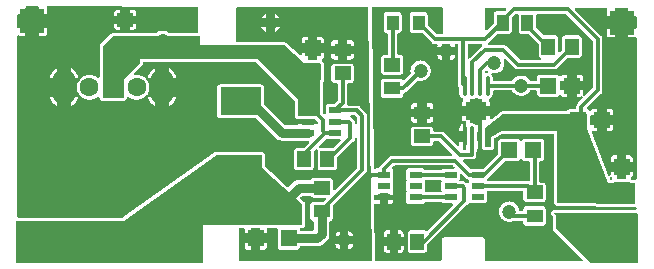
<source format=gtl>
G04 Layer: TopLayer*
G04 EasyEDA v6.5.42, 2024-05-27 16:03:50*
G04 5a823164b2b14e8aa45e0a56d25f44cb,4b06660695a64fe3bf0f4e1e846abbee,10*
G04 Gerber Generator version 0.2*
G04 Scale: 100 percent, Rotated: No, Reflected: No *
G04 Dimensions in millimeters *
G04 leading zeros omitted , absolute positions ,4 integer and 5 decimal *
%FSLAX45Y45*%
%MOMM*%

%AMMACRO1*21,1,$1,$2,0,0,$3*%
%ADD10C,0.3000*%
%ADD11C,0.8000*%
%ADD12MACRO1,1.35X1.41X90.0000*%
%ADD13MACRO1,1.35X1.41X0.0000*%
%ADD14R,1.3500X1.4100*%
%ADD15MACRO1,1.35X1.41X-90.0000*%
%ADD16MACRO1,1X1.3995X0.0000*%
%ADD17R,1.0000X1.3995*%
%ADD18R,0.5320X1.0720*%
%ADD19R,1.1000X0.6000*%
%ADD20MACRO1,1.377X1.1325X90.0000*%
%ADD21MACRO1,1.377X1.1325X0.0000*%
%ADD22R,1.3770X1.1325*%
%ADD23MACRO1,1.377X1.1325X-90.0000*%
%ADD24R,1.0000X1.2500*%
%ADD25R,1.0720X0.5320*%
%ADD26O,0.36400740000000004X1.6619982000000002*%
%ADD27R,1.8000X1.5000*%
%ADD28R,3.5000X2.3500*%
%ADD29C,2.0000*%
%ADD30O,1.599946X1.5999968*%
%ADD31O,1.9999959999999999X2.999994*%
%ADD32MACRO1,2X2X-90.0000*%
%ADD33R,2.0000X2.0000*%
%ADD34C,1.2000*%
%ADD35C,0.0167*%

%LPD*%
G36*
X6350568.0Y4374394.0D02*
G01*
X6346656.0Y4375207.0D01*
X6343405.0Y4377392.0D01*
X6341169.0Y4380694.0D01*
X6340408.0Y4384554.0D01*
X6340408.0Y4556106.0D01*
X6341169.0Y4560018.0D01*
X6343405.0Y4563269.0D01*
X6346656.0Y4565504.0D01*
X6350568.0Y4566266.0D01*
X6509419.0Y4566266.0D01*
X6513280.0Y4565504.0D01*
X6516582.0Y4563269.0D01*
X6518817.0Y4560018.0D01*
X6519579.0Y4556106.0D01*
X6518817.0Y4552194.0D01*
X6516582.0Y4548943.0D01*
X6507895.0Y4540307.0D01*
X6504593.0Y4538021.0D01*
X6500732.0Y4537310.0D01*
X6439417.0Y4537310.0D01*
X6433118.0Y4536548.0D01*
X6427682.0Y4534618.0D01*
X6422754.0Y4531570.0D01*
X6418690.0Y4527506.0D01*
X6415592.0Y4522629.0D01*
X6413661.0Y4517092.0D01*
X6412950.0Y4510792.0D01*
X6412950.0Y4436777.0D01*
X6412188.0Y4432916.0D01*
X6410004.0Y4429614.0D01*
X6357730.0Y4377392.0D01*
X6354479.0Y4375207.0D01*
G37*

%LPD*%
G36*
X6202079.0Y4136955.0D02*
G01*
X6198218.0Y4137768.0D01*
X6194916.0Y4139952.0D01*
X6192732.0Y4143204.0D01*
X6191919.0Y4147115.0D01*
X6191919.0Y4250646.0D01*
X6192732.0Y4254557.0D01*
X6194916.0Y4257808.0D01*
X6198218.0Y4259993.0D01*
X6202079.0Y4260806.0D01*
X6305965.0Y4260806.0D01*
X6310029.0Y4259942.0D01*
X6313382.0Y4257554.0D01*
X6315566.0Y4254100.0D01*
X6316125.0Y4249934.0D01*
X6315008.0Y4245972.0D01*
X6312417.0Y4242822.0D01*
X6310639.0Y4241298.0D01*
X6209293.0Y4139952.0D01*
X6205991.0Y4137768.0D01*
G37*

%LPD*%
G36*
X6640432.0Y4126592.0D02*
G01*
X6636572.0Y4127354.0D01*
X6633270.0Y4129589.0D01*
X6521560.0Y4241298.0D01*
X6515007.0Y4246734.0D01*
X6507946.0Y4250442.0D01*
X6500275.0Y4252779.0D01*
X6491792.0Y4253592.0D01*
X6373834.0Y4253592.0D01*
X6369770.0Y4254506.0D01*
X6366417.0Y4256843.0D01*
X6364233.0Y4260399.0D01*
X6363674.0Y4264412.0D01*
X6364792.0Y4268426.0D01*
X6367382.0Y4271677.0D01*
X6369160.0Y4273150.0D01*
X6438604.0Y4342492.0D01*
X6441906.0Y4344727.0D01*
X6445767.0Y4345489.0D01*
X6538324.0Y4345489.0D01*
X6544624.0Y4346200.0D01*
X6550059.0Y4348131.0D01*
X6554987.0Y4351230.0D01*
X6559051.0Y4355294.0D01*
X6562150.0Y4360170.0D01*
X6564080.0Y4365657.0D01*
X6564791.0Y4371956.0D01*
X6564791.0Y4477264.0D01*
X6565553.0Y4481125.0D01*
X6567738.0Y4484376.0D01*
X6595170.0Y4511808.0D01*
X6598472.0Y4513993.0D01*
X6602332.0Y4514806.0D01*
X6612848.0Y4514806.0D01*
X6616760.0Y4513993.0D01*
X6620062.0Y4511808.0D01*
X6622246.0Y4508557.0D01*
X6623008.0Y4504646.0D01*
X6623008.0Y4371956.0D01*
X6623719.0Y4365657.0D01*
X6625650.0Y4360170.0D01*
X6628748.0Y4355294.0D01*
X6632812.0Y4351230.0D01*
X6637740.0Y4348131.0D01*
X6643176.0Y4346200.0D01*
X6649475.0Y4345489.0D01*
X6705507.0Y4345489.0D01*
X6709419.0Y4344727.0D01*
X6712721.0Y4342492.0D01*
X6789378.0Y4265835.0D01*
X6791562.0Y4262533.0D01*
X6792375.0Y4258672.0D01*
X6792375.0Y4169874.0D01*
X6793086.0Y4163625.0D01*
X6794966.0Y4158088.0D01*
X6798065.0Y4153211.0D01*
X6802180.0Y4149096.0D01*
X6809647.0Y4144270.0D01*
X6812035.0Y4141019.0D01*
X6812949.0Y4137108.0D01*
X6812289.0Y4133094.0D01*
X6810104.0Y4129691.0D01*
X6806752.0Y4127456.0D01*
X6802789.0Y4126592.0D01*
G37*

%LPD*%
G36*
X6351076.0Y4012800.0D02*
G01*
X6346808.0Y4012952.0D01*
X6342998.0Y4014781.0D01*
X6340255.0Y4018134.0D01*
X6339087.0Y4022198.0D01*
X6339747.0Y4026465.0D01*
X6342033.0Y4029970.0D01*
X6345538.0Y4033526.0D01*
X6348536.0Y4035558.0D01*
X6352041.0Y4036473.0D01*
X6355648.0Y4036117.0D01*
X6358899.0Y4034390.0D01*
X6361896.0Y4032104.0D01*
X6364487.0Y4029208.0D01*
X6365808.0Y4025551.0D01*
X6365655.0Y4021690.0D01*
X6364030.0Y4018134.0D01*
X6361236.0Y4015492.0D01*
X6357629.0Y4014019.0D01*
G37*

%LPD*%
G36*
X5245719.0Y3585878.0D02*
G01*
X5241655.0Y3587554.0D01*
X5238658.0Y3590754.0D01*
X5237337.0Y3594920.0D01*
X5236982.0Y3598476.0D01*
X5234645.0Y3606096.0D01*
X5230886.0Y3613208.0D01*
X5225450.0Y3619761.0D01*
X5213461.0Y3631801.0D01*
X5206908.0Y3637135.0D01*
X5205181.0Y3638100.0D01*
X5201828.0Y3641046.0D01*
X5199999.0Y3645060.0D01*
X5200101.0Y3649479.0D01*
X5202133.0Y3653492.0D01*
X5205638.0Y3656236.0D01*
X5209956.0Y3657201.0D01*
X5233172.0Y3657201.0D01*
X5237033.0Y3656388.0D01*
X5240334.0Y3654254.0D01*
X5254609.0Y3639980.0D01*
X5256844.0Y3636678.0D01*
X5257606.0Y3632766.0D01*
X5257606.0Y3595936.0D01*
X5256641.0Y3591669.0D01*
X5254000.0Y3588214.0D01*
X5250088.0Y3586132.0D01*
G37*

%LPD*%
G36*
X4942037.0Y3379731.0D02*
G01*
X4937922.0Y3380138.0D01*
X4934264.0Y3382119.0D01*
X4931775.0Y3385370.0D01*
X4930759.0Y3389434.0D01*
X4931470.0Y3393498.0D01*
X4933706.0Y3396952.0D01*
X4993446.0Y3456642.0D01*
X4997104.0Y3459030.0D01*
X5001473.0Y3459589.0D01*
X5011125.0Y3456439.0D01*
X5017475.0Y3455677.0D01*
X5106730.0Y3455677.0D01*
X5110591.0Y3454966.0D01*
X5113893.0Y3452680.0D01*
X5116078.0Y3449378.0D01*
X5116890.0Y3445568.0D01*
X5116078.0Y3441656.0D01*
X5113893.0Y3438354.0D01*
X5058979.0Y3383389.0D01*
X5055676.0Y3381204.0D01*
X5051816.0Y3380442.0D01*
X4948742.0Y3380442.0D01*
G37*

%LPD*%
G36*
X7406903.0Y3109221.0D02*
G01*
X7402483.0Y3109678.0D01*
X7398673.0Y3112015.0D01*
X7396184.0Y3115622.0D01*
X7394609.0Y3119788.0D01*
X7393949.0Y3124055.0D01*
X7395168.0Y3128271.0D01*
X7398013.0Y3131573.0D01*
X7402026.0Y3133351.0D01*
X7406395.0Y3133300.0D01*
X7410357.0Y3131421.0D01*
X7413964.0Y3128627.0D01*
X7416504.0Y3125680.0D01*
X7417723.0Y3121972.0D01*
X7417520.0Y3118111.0D01*
X7415894.0Y3114606.0D01*
X7413100.0Y3112015.0D01*
X7411068.0Y3110694.0D01*
G37*

%LPD*%
G36*
X7610814.0Y3108205.0D02*
G01*
X7609341.0Y3108358.0D01*
X7586328.0Y3108358.0D01*
X7583179.0Y3108866.0D01*
X7580334.0Y3110339.0D01*
X7577540.0Y3112371.0D01*
X7574848.0Y3115216.0D01*
X7573476.0Y3118924.0D01*
X7573628.0Y3122886.0D01*
X7575254.0Y3126493.0D01*
X7579216.0Y3129897.0D01*
X7583280.0Y3134012.0D01*
X7586379.0Y3138939.0D01*
X7588310.0Y3144324.0D01*
X7589021.0Y3150623.0D01*
X7589021.0Y3178970.0D01*
X7535681.0Y3178970.0D01*
X7535681.0Y3127204.0D01*
X7534919.0Y3123293.0D01*
X7532734.0Y3119940.0D01*
X7529432.0Y3117806.0D01*
X7525521.0Y3116994.0D01*
X7465678.0Y3116994.0D01*
X7461767.0Y3117806.0D01*
X7458465.0Y3119940.0D01*
X7456280.0Y3123293.0D01*
X7455518.0Y3127204.0D01*
X7455518.0Y3178970.0D01*
X7402178.0Y3178970.0D01*
X7402178.0Y3154382.0D01*
X7401416.0Y3150471.0D01*
X7399181.0Y3147220.0D01*
X7395828.0Y3144984.0D01*
X7391917.0Y3144273.0D01*
X7388005.0Y3145086.0D01*
X7384703.0Y3147321.0D01*
X7382570.0Y3150725.0D01*
X7243124.0Y3509271.0D01*
X7242412.0Y3513386.0D01*
X7243428.0Y3517450.0D01*
X7245968.0Y3520650.0D01*
X7249575.0Y3522683.0D01*
X7253741.0Y3523038.0D01*
X7258973.0Y3522479.0D01*
X7287320.0Y3522479.0D01*
X7287320.0Y3575768.0D01*
X7239568.0Y3575768.0D01*
X7235656.0Y3576581.0D01*
X7232405.0Y3578766.0D01*
X7230170.0Y3582068.0D01*
X7229407.0Y3585928.0D01*
X7229407.0Y3645872.0D01*
X7230170.0Y3649682.0D01*
X7232405.0Y3652984.0D01*
X7235656.0Y3655220.0D01*
X7239568.0Y3655982.0D01*
X7287320.0Y3655982.0D01*
X7287320.0Y3709271.0D01*
X7258973.0Y3709271.0D01*
X7252674.0Y3708560.0D01*
X7247188.0Y3706680.0D01*
X7242311.0Y3703581.0D01*
X7238196.0Y3699466.0D01*
X7234691.0Y3695453.0D01*
X7230932.0Y3693828.0D01*
X7226868.0Y3693828.0D01*
X7223108.0Y3695453.0D01*
X7219603.0Y3699466.0D01*
X7215488.0Y3703581.0D01*
X7210612.0Y3706680.0D01*
X7208427.0Y3707493.0D01*
X7204922.0Y3709525.0D01*
X7202534.0Y3712878.0D01*
X7201620.0Y3716789.0D01*
X7202331.0Y3720802.0D01*
X7204566.0Y3724206.0D01*
X7320949.0Y3840588.0D01*
X7326385.0Y3847192.0D01*
X7330144.0Y3854253.0D01*
X7332481.0Y3861924.0D01*
X7333293.0Y3870357.0D01*
X7333293.0Y4301192.0D01*
X7332481.0Y4309675.0D01*
X7330144.0Y4317295.0D01*
X7326385.0Y4324407.0D01*
X7320949.0Y4330960.0D01*
X7103017.0Y4548943.0D01*
X7100782.0Y4552194.0D01*
X7100020.0Y4556106.0D01*
X7100782.0Y4560018.0D01*
X7103017.0Y4563269.0D01*
X7106319.0Y4565504.0D01*
X7110180.0Y4566266.0D01*
X7362757.0Y4566266.0D01*
X7366568.0Y4565606.0D01*
X7369819.0Y4563472.0D01*
X7372054.0Y4560322.0D01*
X7372918.0Y4556563.0D01*
X7372359.0Y4552753.0D01*
X7370428.0Y4547165.0D01*
X7369717.0Y4540815.0D01*
X7369717.0Y4497788.0D01*
X7439262.0Y4497788.0D01*
X7439262.0Y4556106.0D01*
X7440024.0Y4560018.0D01*
X7442209.0Y4563269.0D01*
X7445511.0Y4565504.0D01*
X7449422.0Y4566266.0D01*
X7541777.0Y4566266.0D01*
X7545688.0Y4565504.0D01*
X7548990.0Y4563269.0D01*
X7551175.0Y4560018.0D01*
X7551937.0Y4556106.0D01*
X7551937.0Y4497788.0D01*
X7611932.0Y4497788.0D01*
X7615843.0Y4496975.0D01*
X7619094.0Y4494790.0D01*
X7621330.0Y4491488.0D01*
X7622092.0Y4487577.0D01*
X7622092.0Y4395222.0D01*
X7621330.0Y4391311.0D01*
X7619094.0Y4388009.0D01*
X7615843.0Y4385774.0D01*
X7611932.0Y4385012.0D01*
X7551937.0Y4385012.0D01*
X7551937.0Y4315517.0D01*
X7595015.0Y4315517.0D01*
X7601365.0Y4316178.0D01*
X7610865.0Y4319480.0D01*
X7615081.0Y4319022.0D01*
X7618739.0Y4316838.0D01*
X7621228.0Y4313434.0D01*
X7622092.0Y4309320.0D01*
X7622092.0Y3118365.0D01*
X7621228.0Y3114149.0D01*
X7618688.0Y3110745.0D01*
X7615030.0Y3108612.0D01*
G37*

%LPC*%
G36*
X7535681.0Y3262180.0D02*
G01*
X7589021.0Y3262180.0D01*
X7589021.0Y3290526.0D01*
X7588310.0Y3296826.0D01*
X7586379.0Y3302312.0D01*
X7583280.0Y3307189.0D01*
X7579216.0Y3311354.0D01*
X7574289.0Y3314352.0D01*
X7568853.0Y3316282.0D01*
X7562554.0Y3316993.0D01*
X7535681.0Y3316993.0D01*
G37*
G36*
X7402178.0Y3262180.0D02*
G01*
X7455518.0Y3262180.0D01*
X7455518.0Y3316993.0D01*
X7428645.0Y3316993.0D01*
X7422346.0Y3316282.0D01*
X7416910.0Y3314352.0D01*
X7411983.0Y3311354.0D01*
X7407919.0Y3307189.0D01*
X7404820.0Y3302312.0D01*
X7402890.0Y3296826.0D01*
X7402178.0Y3290526.0D01*
G37*
G36*
X7370479.0Y3522479.0D02*
G01*
X7398826.0Y3522479.0D01*
X7405176.0Y3523241.0D01*
X7410611.0Y3525070.0D01*
X7415539.0Y3528220.0D01*
X7419603.0Y3532284.0D01*
X7422702.0Y3537160.0D01*
X7424581.0Y3542647.0D01*
X7425292.0Y3548946.0D01*
X7425292.0Y3575768.0D01*
X7370479.0Y3575768.0D01*
G37*
G36*
X7370479.0Y3655982.0D02*
G01*
X7425292.0Y3655982.0D01*
X7425292.0Y3682804.0D01*
X7424581.0Y3689103.0D01*
X7422702.0Y3694590.0D01*
X7419603.0Y3699466.0D01*
X7415539.0Y3703581.0D01*
X7410611.0Y3706680.0D01*
X7405176.0Y3708560.0D01*
X7398826.0Y3709271.0D01*
X7370479.0Y3709271.0D01*
G37*
G36*
X7396184.0Y4315517.0D02*
G01*
X7439262.0Y4315517.0D01*
X7439262.0Y4385012.0D01*
X7369717.0Y4385012.0D01*
X7369717.0Y4341984.0D01*
X7370428.0Y4335634.0D01*
X7372308.0Y4330198.0D01*
X7375407.0Y4325322.0D01*
X7379471.0Y4321156.0D01*
X7384398.0Y4318108.0D01*
X7389834.0Y4316178.0D01*
G37*

%LPD*%
G36*
X6706930.0Y3097893.0D02*
G01*
X6362048.0Y3097994.0D01*
X6357832.0Y3098909.0D01*
X6354378.0Y3101449.0D01*
X6352295.0Y3105208.0D01*
X6351990.0Y3109577.0D01*
X6353412.0Y3113539.0D01*
X6356410.0Y3117349.0D01*
X6364233.0Y3123547.0D01*
X6506168.0Y3265482.0D01*
X6509470.0Y3267768.0D01*
X6513331.0Y3268479.0D01*
X6614626.0Y3268479.0D01*
X6620925.0Y3269241.0D01*
X6626412.0Y3271070.0D01*
X6631288.0Y3274220.0D01*
X6635403.0Y3278284.0D01*
X6638908.0Y3282297.0D01*
X6642668.0Y3283973.0D01*
X6646732.0Y3283973.0D01*
X6650491.0Y3282297.0D01*
X6653996.0Y3278284.0D01*
X6658111.0Y3274220.0D01*
X6662988.0Y3271070.0D01*
X6668474.0Y3269241.0D01*
X6674773.0Y3268479.0D01*
X6707946.0Y3268479.0D01*
X6711806.0Y3267768.0D01*
X6715108.0Y3265482.0D01*
X6717344.0Y3262180.0D01*
X6718106.0Y3258319.0D01*
X6718106.0Y3108053.0D01*
X6717242.0Y3103887.0D01*
X6714753.0Y3100484.0D01*
X6711095.0Y3098401.0D01*
G37*

%LPD*%
G36*
X6187703.0Y3080418.0D02*
G01*
X6184045.0Y3081281.0D01*
X6180946.0Y3083415.0D01*
X6178660.0Y3085701.0D01*
X6172107.0Y3091035.0D01*
X6165046.0Y3094896.0D01*
X6157375.0Y3097131.0D01*
X6148892.0Y3097994.0D01*
X6132229.0Y3097994.0D01*
X6128013.0Y3098909.0D01*
X6124609.0Y3101449.0D01*
X6122526.0Y3105208.0D01*
X6122171.0Y3109577.0D01*
X6124101.0Y3114250.0D01*
X6125981.0Y3119788.0D01*
X6126692.0Y3126036.0D01*
X6126692.0Y3149709.0D01*
X6127505.0Y3153620.0D01*
X6129689.0Y3156922.0D01*
X6132991.0Y3159107.0D01*
X6136852.0Y3159920.0D01*
X6140764.0Y3159107.0D01*
X6144066.0Y3156922.0D01*
X6177543.0Y3123445.0D01*
X6184096.0Y3118010.0D01*
X6191157.0Y3114250.0D01*
X6196186.0Y3112726.0D01*
X6199437.0Y3111050.0D01*
X6201927.0Y3108256.0D01*
X6203248.0Y3104751.0D01*
X6203197.0Y3101042.0D01*
X6201825.0Y3097588.0D01*
X6200098.0Y3094946.0D01*
X6197101.0Y3085802.0D01*
X6194713.0Y3082856.0D01*
X6191462.0Y3080976.0D01*
G37*

%LPD*%
G36*
X5839113.0Y3003049.0D02*
G01*
X5835354.0Y3003710.0D01*
X5832103.0Y3005792.0D01*
X5829868.0Y3008993.0D01*
X5828953.0Y3012701.0D01*
X5829512.0Y3016511.0D01*
X5831188.0Y3021337.0D01*
X5831900.0Y3027636.0D01*
X5831900.0Y3086564.0D01*
X5831188.0Y3092813.0D01*
X5829512.0Y3097639.0D01*
X5828953.0Y3101449.0D01*
X5829868.0Y3105208.0D01*
X5832103.0Y3108358.0D01*
X5835303.0Y3110491.0D01*
X5839113.0Y3111152.0D01*
X5962151.0Y3111152.0D01*
X5966367.0Y3110237.0D01*
X5969822.0Y3107697.0D01*
X5971904.0Y3103938.0D01*
X5972209.0Y3099620.0D01*
X5970330.0Y3094946.0D01*
X5968399.0Y3089409.0D01*
X5967688.0Y3083161.0D01*
X5967688.0Y3031040.0D01*
X5968399.0Y3024741.0D01*
X5972209.0Y3014530.0D01*
X5971904.0Y3010212.0D01*
X5969822.0Y3006504.0D01*
X5966367.0Y3003913.0D01*
X5962151.0Y3003049.0D01*
G37*

%LPD*%
G36*
X2388168.0Y2790858.0D02*
G01*
X2384257.0Y2791670.0D01*
X2381006.0Y2793855.0D01*
X2378770.0Y2797157.0D01*
X2378008.0Y2801018.0D01*
X2378008.0Y4322020.0D01*
X2378872.0Y4326134.0D01*
X2381361.0Y4329538.0D01*
X2385019.0Y4331722.0D01*
X2389235.0Y4332180.0D01*
X2398735.0Y4328878.0D01*
X2405085.0Y4328217.0D01*
X2448163.0Y4328217.0D01*
X2448163.0Y4397712.0D01*
X2388168.0Y4397712.0D01*
X2384257.0Y4398474.0D01*
X2381006.0Y4400709.0D01*
X2378770.0Y4404011.0D01*
X2378008.0Y4407922.0D01*
X2378008.0Y4500277.0D01*
X2378770.0Y4504188.0D01*
X2381006.0Y4507490.0D01*
X2384257.0Y4509675.0D01*
X2388168.0Y4510488.0D01*
X2448163.0Y4510488.0D01*
X2448163.0Y4568603.0D01*
X2448925.0Y4572514.0D01*
X2451160.0Y4575766.0D01*
X2454462.0Y4577950.0D01*
X2458323.0Y4578712.0D01*
X2550728.0Y4578509.0D01*
X2554589.0Y4577696.0D01*
X2557891.0Y4575512.0D01*
X2560076.0Y4572210.0D01*
X2560838.0Y4568349.0D01*
X2560838.0Y4510488.0D01*
X2630434.0Y4510488.0D01*
X2630434.0Y4553515.0D01*
X2629672.0Y4559865.0D01*
X2627944.0Y4564742.0D01*
X2627386.0Y4568654.0D01*
X2628300.0Y4572311.0D01*
X2630535.0Y4575461.0D01*
X2633786.0Y4577544.0D01*
X2637596.0Y4578306.0D01*
X3901043.0Y4575258.0D01*
X3904904.0Y4574496.0D01*
X3908206.0Y4572311.0D01*
X3910390.0Y4569060.0D01*
X3911203.0Y4565199.0D01*
X3912880.0Y4363218.0D01*
X3912118.0Y4359307.0D01*
X3909933.0Y4356056.0D01*
X3906580.0Y4353770.0D01*
X3902720.0Y4352957.0D01*
X3670208.0Y4352957.0D01*
X3667008.0Y4353516.0D01*
X3664112.0Y4354989.0D01*
X3655832.0Y4361237.0D01*
X3645062.0Y4367079.0D01*
X3633581.0Y4371397.0D01*
X3621643.0Y4373988.0D01*
X3609400.0Y4374852.0D01*
X3597158.0Y4373988.0D01*
X3585220.0Y4371397.0D01*
X3573739.0Y4367079.0D01*
X3562969.0Y4361237.0D01*
X3554689.0Y4354989.0D01*
X3551793.0Y4353516.0D01*
X3548593.0Y4352957.0D01*
X3190605.0Y4352957.0D01*
X3184560.0Y4352296.0D01*
X3179074.0Y4350417.0D01*
X3174146.0Y4347369.0D01*
X3171758.0Y4345184.0D01*
X3083265.0Y4256691.0D01*
X3079455.0Y4252017.0D01*
X3076966.0Y4246734.0D01*
X3075696.0Y4241095.0D01*
X3075492.0Y4237946.0D01*
X3075492.0Y3981964.0D01*
X3074781.0Y3978154.0D01*
X3072648.0Y3974903.0D01*
X3069549.0Y3972719.0D01*
X3065790.0Y3971754.0D01*
X3061980.0Y3972312.0D01*
X3058627.0Y3974294.0D01*
X3054766.0Y3977697.0D01*
X3043234.0Y3985419.0D01*
X3030839.0Y3991515.0D01*
X3017682.0Y3995934.0D01*
X3004118.0Y3998678.0D01*
X2990301.0Y3999592.0D01*
X2976483.0Y3998678.0D01*
X2962920.0Y3995934.0D01*
X2949762.0Y3991515.0D01*
X2937367.0Y3985419.0D01*
X2925836.0Y3977697.0D01*
X2914914.0Y3968096.0D01*
X2911256.0Y3966064.0D01*
X2908716.0Y3965861.0D01*
X2908259.0Y3961492.0D01*
X2906278.0Y3958139.0D01*
X2898607.0Y3946608.0D01*
X2892460.0Y3934212.0D01*
X2888040.0Y3921106.0D01*
X2885348.0Y3907492.0D01*
X2884434.0Y3893674.0D01*
X2885348.0Y3879907.0D01*
X2888040.0Y3866242.0D01*
X2892460.0Y3853136.0D01*
X2898607.0Y3840791.0D01*
X2906328.0Y3829158.0D01*
X2908259.0Y3825856.0D01*
X2908716.0Y3821538.0D01*
X2911256.0Y3821284.0D01*
X2914914.0Y3819303.0D01*
X2925836.0Y3809651.0D01*
X2937367.0Y3801980.0D01*
X2949762.0Y3795884.0D01*
X2962920.0Y3791464.0D01*
X2976483.0Y3788670.0D01*
X2990301.0Y3787807.0D01*
X3004118.0Y3788670.0D01*
X3017682.0Y3791464.0D01*
X3030839.0Y3795884.0D01*
X3043234.0Y3801980.0D01*
X3054766.0Y3809651.0D01*
X3058728.0Y3813156.0D01*
X3062589.0Y3815340.0D01*
X3066958.0Y3815544.0D01*
X3071073.0Y3813969.0D01*
X3074121.0Y3810819.0D01*
X3075543.0Y3806654.0D01*
X3076204.0Y3800608.0D01*
X3078134.0Y3795173.0D01*
X3081182.0Y3790245.0D01*
X3085297.0Y3786181.0D01*
X3090174.0Y3783133.0D01*
X3095660.0Y3781254.0D01*
X3101959.0Y3780441.0D01*
X3278642.0Y3780441.0D01*
X3284941.0Y3781254.0D01*
X3290427.0Y3783133.0D01*
X3295304.0Y3786181.0D01*
X3299419.0Y3790245.0D01*
X3302467.0Y3795173.0D01*
X3304397.0Y3800608.0D01*
X3305058.0Y3806654.0D01*
X3306480.0Y3810819.0D01*
X3309528.0Y3813969.0D01*
X3313643.0Y3815544.0D01*
X3318012.0Y3815340.0D01*
X3321872.0Y3813156.0D01*
X3325835.0Y3809651.0D01*
X3337366.0Y3801980.0D01*
X3349762.0Y3795884.0D01*
X3362919.0Y3791464.0D01*
X3376482.0Y3788670.0D01*
X3390300.0Y3787807.0D01*
X3404118.0Y3788670.0D01*
X3417681.0Y3791464.0D01*
X3430838.0Y3795884.0D01*
X3443234.0Y3801980.0D01*
X3454765.0Y3809651.0D01*
X3465687.0Y3819303.0D01*
X3469345.0Y3821284.0D01*
X3471885.0Y3821538.0D01*
X3472342.0Y3825856.0D01*
X3474323.0Y3829209.0D01*
X3481994.0Y3840791.0D01*
X3488141.0Y3853136.0D01*
X3492561.0Y3866242.0D01*
X3495253.0Y3879907.0D01*
X3496167.0Y3893674.0D01*
X3495253.0Y3907492.0D01*
X3492561.0Y3921106.0D01*
X3488141.0Y3934212.0D01*
X3481994.0Y3946608.0D01*
X3474272.0Y3958190.0D01*
X3472342.0Y3961492.0D01*
X3471885.0Y3965861.0D01*
X3469345.0Y3966064.0D01*
X3465687.0Y3968096.0D01*
X3454765.0Y3977697.0D01*
X3443234.0Y3985419.0D01*
X3430838.0Y3991515.0D01*
X3417681.0Y3995934.0D01*
X3404118.0Y3998678.0D01*
X3390300.0Y3999592.0D01*
X3381207.0Y3999033.0D01*
X3377143.0Y3999592.0D01*
X3373688.0Y4001624.0D01*
X3371301.0Y4004977.0D01*
X3370386.0Y4008888.0D01*
X3371098.0Y4012902.0D01*
X3373333.0Y4016305.0D01*
X3437036.0Y4079958.0D01*
X3440846.0Y4084682.0D01*
X3443335.0Y4089965.0D01*
X3444605.0Y4095502.0D01*
X3444808.0Y4100887.0D01*
X3445672.0Y4104646.0D01*
X3447907.0Y4107847.0D01*
X3451158.0Y4109980.0D01*
X3454968.0Y4110641.0D01*
X4394565.0Y4110641.0D01*
X4398426.0Y4109930.0D01*
X4401728.0Y4107694.0D01*
X4723495.0Y3785927.0D01*
X4725730.0Y3782676.0D01*
X4726492.0Y3778764.0D01*
X4726492.0Y3654559.0D01*
X4727204.0Y3648209.0D01*
X4729134.0Y3642774.0D01*
X4732182.0Y3637846.0D01*
X4736297.0Y3633782.0D01*
X4741174.0Y3630734.0D01*
X4746660.0Y3628854.0D01*
X4752146.0Y3628143.0D01*
X4755296.0Y3627330.0D01*
X4758039.0Y3625451.0D01*
X4760020.0Y3622809.0D01*
X4808839.0Y3622809.0D01*
X4811074.0Y3625603.0D01*
X4814173.0Y3627432.0D01*
X4817729.0Y3628042.0D01*
X4863703.0Y3628042.0D01*
X4867208.0Y3627432.0D01*
X4870307.0Y3625603.0D01*
X4872593.0Y3622809.0D01*
X4899212.0Y3622809.0D01*
X4903124.0Y3622047.0D01*
X4906375.0Y3619863.0D01*
X4924409.0Y3601880.0D01*
X4926644.0Y3598578.0D01*
X4927406.0Y3593701.0D01*
X4926644.0Y3589789.0D01*
X4924409.0Y3586487.0D01*
X4921107.0Y3584354.0D01*
X4917246.0Y3583541.0D01*
X4873863.0Y3583541.0D01*
X4873863.0Y3580645.0D01*
X4873203.0Y3577089.0D01*
X4871323.0Y3573940.0D01*
X4868428.0Y3571704.0D01*
X4864973.0Y3570638.0D01*
X4861316.0Y3570790.0D01*
X4851003.0Y3573228.0D01*
X4840284.0Y3574143.0D01*
X4817729.0Y3574143.0D01*
X4813970.0Y3574803.0D01*
X4810770.0Y3576835.0D01*
X4808534.0Y3579934.0D01*
X4807569.0Y3583541.0D01*
X4761189.0Y3583541.0D01*
X4760224.0Y3579934.0D01*
X4757938.0Y3576835.0D01*
X4754737.0Y3574803.0D01*
X4751029.0Y3574143.0D01*
X4650292.0Y3574143.0D01*
X4646432.0Y3574854.0D01*
X4643130.0Y3577089.0D01*
X4473661.0Y3746558.0D01*
X4471476.0Y3749809.0D01*
X4470714.0Y3753670.0D01*
X4470714.0Y3890829.0D01*
X4470003.0Y3897128.0D01*
X4468073.0Y3902564.0D01*
X4465025.0Y3907492.0D01*
X4460910.0Y3911606.0D01*
X4456033.0Y3914654.0D01*
X4450547.0Y3916585.0D01*
X4444248.0Y3917296.0D01*
X4095353.0Y3917296.0D01*
X4089054.0Y3916585.0D01*
X4083568.0Y3914654.0D01*
X4078691.0Y3911606.0D01*
X4074576.0Y3907492.0D01*
X4071528.0Y3902564.0D01*
X4069598.0Y3897128.0D01*
X4068886.0Y3890829.0D01*
X4068886.0Y3656947.0D01*
X4069598.0Y3650648.0D01*
X4071528.0Y3645161.0D01*
X4074576.0Y3640284.0D01*
X4078691.0Y3636170.0D01*
X4083568.0Y3633071.0D01*
X4089054.0Y3631242.0D01*
X4095353.0Y3630480.0D01*
X4399086.0Y3630480.0D01*
X4402998.0Y3629769.0D01*
X4406300.0Y3627483.0D01*
X4571908.0Y3461875.0D01*
X4580087.0Y3454915.0D01*
X4588875.0Y3449530.0D01*
X4598426.0Y3445568.0D01*
X4608484.0Y3443180.0D01*
X4619203.0Y3442266.0D01*
X4838811.0Y3442266.0D01*
X4842672.0Y3441504.0D01*
X4845974.0Y3439320.0D01*
X4848209.0Y3436018.0D01*
X4848971.0Y3432106.0D01*
X4848209.0Y3428245.0D01*
X4845974.0Y3424943.0D01*
X4804470.0Y3383389.0D01*
X4801168.0Y3381204.0D01*
X4797308.0Y3380442.0D01*
X4748743.0Y3380442.0D01*
X4742393.0Y3379731.0D01*
X4736957.0Y3377801.0D01*
X4732080.0Y3374804.0D01*
X4727966.0Y3370638.0D01*
X4724867.0Y3365761.0D01*
X4722987.0Y3360275.0D01*
X4722276.0Y3353976.0D01*
X4722276.0Y3217374.0D01*
X4722987.0Y3211126.0D01*
X4724867.0Y3205589.0D01*
X4727966.0Y3200712.0D01*
X4732080.0Y3196597.0D01*
X4736957.0Y3193600.0D01*
X4742393.0Y3191670.0D01*
X4748743.0Y3190908.0D01*
X4860858.0Y3190908.0D01*
X4867158.0Y3191670.0D01*
X4872644.0Y3193600.0D01*
X4877521.0Y3196597.0D01*
X4881636.0Y3200712.0D01*
X4884684.0Y3205589.0D01*
X4886614.0Y3211126.0D01*
X4887325.0Y3217374.0D01*
X4887325.0Y3346407.0D01*
X4888087.0Y3350216.0D01*
X4890322.0Y3353518.0D01*
X4905766.0Y3368962.0D01*
X4909220.0Y3371248.0D01*
X4913284.0Y3371959.0D01*
X4917348.0Y3370943.0D01*
X4920650.0Y3368454.0D01*
X4922631.0Y3364796.0D01*
X4923038.0Y3360681.0D01*
X4922276.0Y3353976.0D01*
X4922276.0Y3217374.0D01*
X4922987.0Y3211126.0D01*
X4924917.0Y3205589.0D01*
X4927965.0Y3200712.0D01*
X4932080.0Y3196597.0D01*
X4936957.0Y3193600.0D01*
X4942443.0Y3191670.0D01*
X4948742.0Y3190908.0D01*
X5060858.0Y3190908.0D01*
X5067208.0Y3191670.0D01*
X5072644.0Y3193600.0D01*
X5077521.0Y3196597.0D01*
X5081635.0Y3200712.0D01*
X5084734.0Y3205589.0D01*
X5086614.0Y3211126.0D01*
X5087325.0Y3217374.0D01*
X5087325.0Y3291847.0D01*
X5088138.0Y3295759.0D01*
X5090322.0Y3299112.0D01*
X5225450.0Y3434189.0D01*
X5230886.0Y3440793.0D01*
X5234645.0Y3447854.0D01*
X5236982.0Y3455525.0D01*
X5237337.0Y3459030.0D01*
X5238658.0Y3463246.0D01*
X5241655.0Y3466396.0D01*
X5245719.0Y3468123.0D01*
X5250088.0Y3467818.0D01*
X5254000.0Y3465786.0D01*
X5256641.0Y3462332.0D01*
X5257606.0Y3458014.0D01*
X5257606.0Y3217832.0D01*
X5256844.0Y3213971.0D01*
X5254609.0Y3210720.0D01*
X5067716.0Y3023776.0D01*
X5064414.0Y3021591.0D01*
X5060502.0Y3020778.0D01*
X5056642.0Y3021591.0D01*
X5053340.0Y3023776.0D01*
X5051155.0Y3027078.0D01*
X5050342.0Y3030989.0D01*
X5050342.0Y3098858.0D01*
X5049631.0Y3105208.0D01*
X5047752.0Y3110644.0D01*
X5044653.0Y3115520.0D01*
X5040589.0Y3119635.0D01*
X5035661.0Y3122734.0D01*
X5030226.0Y3124664.0D01*
X5023876.0Y3125325.0D01*
X4887325.0Y3125325.0D01*
X4880975.0Y3124664.0D01*
X4875540.0Y3122734.0D01*
X4870612.0Y3119635.0D01*
X4866548.0Y3115520.0D01*
X4865227.0Y3113488.0D01*
X4862992.0Y3110898.0D01*
X4859995.0Y3109272.0D01*
X4856642.0Y3108662.0D01*
X4763881.0Y3108662.0D01*
X4753213.0Y3107850.0D01*
X4743155.0Y3105411.0D01*
X4733604.0Y3101449.0D01*
X4724765.0Y3096064.0D01*
X4716637.0Y3089104.0D01*
X4679299.0Y3051868.0D01*
X4676150.0Y3049633.0D01*
X4672390.0Y3048820.0D01*
X4668631.0Y3049480.0D01*
X4665380.0Y3051462.0D01*
X4566218.0Y3140108.0D01*
X4476963.0Y3218187.0D01*
X4474423.0Y3221642.0D01*
X4473508.0Y3225858.0D01*
X4473508.0Y3323191.0D01*
X4472797.0Y3329541.0D01*
X4470867.0Y3334976.0D01*
X4467819.0Y3339904.0D01*
X4463704.0Y3344019.0D01*
X4458827.0Y3347067.0D01*
X4453341.0Y3348946.0D01*
X4447042.0Y3349658.0D01*
X4067007.0Y3349658.0D01*
X4062384.0Y3349353.0D01*
X4056694.0Y3347626.0D01*
X4051157.0Y3344578.0D01*
X3273562.0Y2792737.0D01*
X3270768.0Y2791366.0D01*
X3267720.0Y2790858.0D01*
G37*

%LPC*%
G36*
X2718927.0Y3731216.0D02*
G01*
X2718927.0Y3812343.0D01*
X2653446.0Y3812343.0D01*
X2657561.0Y3799033.0D01*
X2663809.0Y3785165.0D01*
X2671683.0Y3772160.0D01*
X2681081.0Y3760223.0D01*
X2691800.0Y3749504.0D01*
X2703789.0Y3740106.0D01*
X2716794.0Y3732182.0D01*
G37*
G36*
X3548948.0Y3731216.0D02*
G01*
X3548948.0Y3812343.0D01*
X3483467.0Y3812343.0D01*
X3487582.0Y3799033.0D01*
X3493830.0Y3785165.0D01*
X3501704.0Y3772160.0D01*
X3511102.0Y3760223.0D01*
X3521821.0Y3749504.0D01*
X3533810.0Y3740106.0D01*
X3546815.0Y3732182.0D01*
G37*
G36*
X3661674.0Y3731216.0D02*
G01*
X3663807.0Y3732182.0D01*
X3676812.0Y3740106.0D01*
X3688801.0Y3749504.0D01*
X3699520.0Y3760223.0D01*
X3708918.0Y3772160.0D01*
X3716792.0Y3785165.0D01*
X3723040.0Y3799033.0D01*
X3727155.0Y3812343.0D01*
X3661674.0Y3812343.0D01*
G37*
G36*
X2831652.0Y3731216.0D02*
G01*
X2833786.0Y3732182.0D01*
X2846791.0Y3740106.0D01*
X2858780.0Y3749504.0D01*
X2869498.0Y3760223.0D01*
X2878896.0Y3772160.0D01*
X2886770.0Y3785165.0D01*
X2893019.0Y3799033.0D01*
X2897134.0Y3812343.0D01*
X2831652.0Y3812343.0D01*
G37*
G36*
X3661674.0Y3975056.0D02*
G01*
X3727155.0Y3975056.0D01*
X3723040.0Y3988365.0D01*
X3716792.0Y4002183.0D01*
X3708918.0Y4015238.0D01*
X3699520.0Y4027176.0D01*
X3688801.0Y4037895.0D01*
X3676812.0Y4047293.0D01*
X3663807.0Y4055218.0D01*
X3661674.0Y4056183.0D01*
G37*
G36*
X3483467.0Y3975056.0D02*
G01*
X3548948.0Y3975056.0D01*
X3548948.0Y4056183.0D01*
X3546815.0Y4055218.0D01*
X3533810.0Y4047293.0D01*
X3521821.0Y4037895.0D01*
X3511102.0Y4027176.0D01*
X3501704.0Y4015238.0D01*
X3493830.0Y4002183.0D01*
X3487582.0Y3988365.0D01*
G37*
G36*
X2653446.0Y3975056.0D02*
G01*
X2718927.0Y3975056.0D01*
X2718927.0Y4056183.0D01*
X2716794.0Y4055218.0D01*
X2703789.0Y4047293.0D01*
X2691800.0Y4037895.0D01*
X2681081.0Y4027176.0D01*
X2671683.0Y4015238.0D01*
X2663809.0Y4002183.0D01*
X2657561.0Y3988365.0D01*
G37*
G36*
X2831652.0Y3975056.0D02*
G01*
X2897134.0Y3975056.0D01*
X2893019.0Y3988365.0D01*
X2886770.0Y4002183.0D01*
X2878896.0Y4015238.0D01*
X2869498.0Y4027176.0D01*
X2858780.0Y4037895.0D01*
X2846791.0Y4047293.0D01*
X2833786.0Y4055218.0D01*
X2831652.0Y4056183.0D01*
G37*
G36*
X2560838.0Y4328217.0D02*
G01*
X2603916.0Y4328217.0D01*
X2610266.0Y4328878.0D01*
X2615702.0Y4330808.0D01*
X2620629.0Y4333856.0D01*
X2624693.0Y4338022.0D01*
X2627792.0Y4342898.0D01*
X2629672.0Y4348334.0D01*
X2630434.0Y4354684.0D01*
X2630434.0Y4397712.0D01*
X2560838.0Y4397712.0D01*
G37*
G36*
X3223625.0Y4382624.0D02*
G01*
X3251108.0Y4382624.0D01*
X3251108.0Y4430528.0D01*
X3197158.0Y4430528.0D01*
X3197158.0Y4409142.0D01*
X3197870.0Y4402792.0D01*
X3199749.0Y4397356.0D01*
X3202848.0Y4392428.0D01*
X3206912.0Y4388415.0D01*
X3211840.0Y4385266.0D01*
X3217275.0Y4383335.0D01*
G37*
G36*
X3332693.0Y4382624.0D02*
G01*
X3360176.0Y4382624.0D01*
X3366526.0Y4383335.0D01*
X3371961.0Y4385266.0D01*
X3376889.0Y4388415.0D01*
X3380953.0Y4392428.0D01*
X3384052.0Y4397356.0D01*
X3385931.0Y4402792.0D01*
X3386643.0Y4409142.0D01*
X3386643.0Y4430528.0D01*
X3332693.0Y4430528.0D01*
G37*
G36*
X3332693.0Y4499820.0D02*
G01*
X3386643.0Y4499820.0D01*
X3386643.0Y4521257.0D01*
X3385931.0Y4527607.0D01*
X3384052.0Y4533043.0D01*
X3380953.0Y4537920.0D01*
X3376889.0Y4542034.0D01*
X3371961.0Y4545133.0D01*
X3366526.0Y4547064.0D01*
X3360176.0Y4547724.0D01*
X3332693.0Y4547724.0D01*
G37*
G36*
X3197158.0Y4499820.0D02*
G01*
X3251108.0Y4499820.0D01*
X3251108.0Y4547724.0D01*
X3223625.0Y4547724.0D01*
X3217275.0Y4547064.0D01*
X3211840.0Y4545133.0D01*
X3206912.0Y4542034.0D01*
X3202848.0Y4537920.0D01*
X3199749.0Y4533043.0D01*
X3197870.0Y4527607.0D01*
X3197158.0Y4521257.0D01*
G37*

%LPD*%
G36*
X4779121.0Y2680063.0D02*
G01*
X4775515.0Y2680774.0D01*
X4772365.0Y2682704.0D01*
X4770130.0Y2685651.0D01*
X4768961.0Y2689664.0D01*
X4769418.0Y2693931.0D01*
X4771501.0Y2697589.0D01*
X4774905.0Y2700078.0D01*
X4779070.0Y2700942.0D01*
X4789942.0Y2700942.0D01*
X4796241.0Y2701754.0D01*
X4801727.0Y2703634.0D01*
X4806604.0Y2706682.0D01*
X4810719.0Y2710746.0D01*
X4813767.0Y2715674.0D01*
X4815697.0Y2721109.0D01*
X4816408.0Y2727459.0D01*
X4816408.0Y2904243.0D01*
X4816002.0Y2908866.0D01*
X4814376.0Y2914606.0D01*
X4811582.0Y2919636.0D01*
X4807366.0Y2924411.0D01*
X4778918.0Y2949862.0D01*
X4776480.0Y2953113.0D01*
X4775515.0Y2957126.0D01*
X4776226.0Y2961139.0D01*
X4778512.0Y2964543.0D01*
X4787808.0Y2973890.0D01*
X4791110.0Y2976074.0D01*
X4795022.0Y2976887.0D01*
X4856642.0Y2976887.0D01*
X4859995.0Y2976278.0D01*
X4862992.0Y2974703.0D01*
X4865227.0Y2972112.0D01*
X4866548.0Y2970029.0D01*
X4870612.0Y2966016.0D01*
X4875540.0Y2962866.0D01*
X4880975.0Y2960936.0D01*
X4887325.0Y2960225.0D01*
X4979680.0Y2960225.0D01*
X4983540.0Y2959463.0D01*
X4986842.0Y2957278.0D01*
X4989078.0Y2953976.0D01*
X4989840.0Y2950065.0D01*
X4989078.0Y2946204.0D01*
X4986842.0Y2942953.0D01*
X4972212.0Y2928322.0D01*
X4968910.0Y2926087.0D01*
X4965049.0Y2925376.0D01*
X4887325.0Y2925376.0D01*
X4880975.0Y2924614.0D01*
X4875540.0Y2922684.0D01*
X4870612.0Y2919585.0D01*
X4866548.0Y2915521.0D01*
X4863449.0Y2910593.0D01*
X4861570.0Y2905158.0D01*
X4860858.0Y2898808.0D01*
X4860858.0Y2786743.0D01*
X4861570.0Y2780393.0D01*
X4863449.0Y2774957.0D01*
X4866548.0Y2770081.0D01*
X4870612.0Y2765915.0D01*
X4875540.0Y2762867.0D01*
X4884430.0Y2759819.0D01*
X4887224.0Y2757533.0D01*
X4889052.0Y2754485.0D01*
X4889713.0Y2750878.0D01*
X4889713.0Y2690223.0D01*
X4888900.0Y2686362.0D01*
X4886716.0Y2683111.0D01*
X4883414.0Y2680876.0D01*
X4879553.0Y2680063.0D01*
G37*

%LPD*%
G36*
X5417372.0Y2420983.0D02*
G01*
X5413562.0Y2421796.0D01*
X5410260.0Y2423929.0D01*
X5408024.0Y2427231.0D01*
X5407262.0Y2431041.0D01*
X5400963.0Y2899163.0D01*
X5401674.0Y2902973.0D01*
X5403706.0Y2906326.0D01*
X5406856.0Y2908510.0D01*
X5410666.0Y2909476.0D01*
X5414476.0Y2908917.0D01*
X5420216.0Y2906885.0D01*
X5426566.0Y2906174.0D01*
X5447140.0Y2906174.0D01*
X5447140.0Y2940718.0D01*
X5410412.0Y2940718.0D01*
X5406602.0Y2941531.0D01*
X5403300.0Y2943664.0D01*
X5401065.0Y2946966.0D01*
X5400252.0Y2950776.0D01*
X5399998.0Y2973128.0D01*
X5400709.0Y2977040.0D01*
X5402894.0Y2980392.0D01*
X5406196.0Y2982628.0D01*
X5410158.0Y2983491.0D01*
X5447140.0Y2983491.0D01*
X5447140.0Y2991010.0D01*
X5447902.0Y2994870.0D01*
X5450138.0Y2998223.0D01*
X5453389.0Y3000408.0D01*
X5457300.0Y3001170.0D01*
X5504697.0Y3001170.0D01*
X5508558.0Y3000408.0D01*
X5511860.0Y2998223.0D01*
X5514044.0Y2994870.0D01*
X5514857.0Y2991010.0D01*
X5514857.0Y2983491.0D01*
X5561898.0Y2983491.0D01*
X5561898.0Y2991518.0D01*
X5561186.0Y2997817.0D01*
X5559256.0Y3003303.0D01*
X5557325.0Y3007672.0D01*
X5557325.0Y3011482.0D01*
X5559256.0Y3015851.0D01*
X5561186.0Y3021337.0D01*
X5561898.0Y3027636.0D01*
X5561898.0Y3086564.0D01*
X5561186.0Y3092813.0D01*
X5559256.0Y3098350.0D01*
X5557325.0Y3102719.0D01*
X5557325.0Y3106427.0D01*
X5559256.0Y3110847.0D01*
X5561186.0Y3116282.0D01*
X5561898.0Y3122632.0D01*
X5561898.0Y3181510.0D01*
X5561186.0Y3187809.0D01*
X5559256.0Y3193295.0D01*
X5556208.0Y3198172.0D01*
X5553109.0Y3201271.0D01*
X5550874.0Y3204573.0D01*
X5550112.0Y3208434.0D01*
X5550874.0Y3212345.0D01*
X5553109.0Y3215647.0D01*
X5566470.0Y3229008.0D01*
X5569772.0Y3231243.0D01*
X5573632.0Y3232005.0D01*
X6064767.0Y3232005.0D01*
X6068628.0Y3231243.0D01*
X6071930.0Y3229008.0D01*
X6079042.0Y3221946.0D01*
X6081226.0Y3218644.0D01*
X6081988.0Y3214733.0D01*
X6081226.0Y3210872.0D01*
X6079042.0Y3207570.0D01*
X6075740.0Y3205335.0D01*
X6071828.0Y3204573.0D01*
X5994155.0Y3204573.0D01*
X5987856.0Y3203862.0D01*
X5982369.0Y3201982.0D01*
X5977492.0Y3198934.0D01*
X5974546.0Y3195988.0D01*
X5971244.0Y3193752.0D01*
X5967383.0Y3193041.0D01*
X5835100.0Y3193041.0D01*
X5831747.0Y3193600.0D01*
X5828750.0Y3195175.0D01*
X5826210.0Y3198172.0D01*
X5822146.0Y3202338.0D01*
X5817218.0Y3205335.0D01*
X5811783.0Y3207316.0D01*
X5805433.0Y3207976.0D01*
X5696568.0Y3207976.0D01*
X5690269.0Y3207316.0D01*
X5684783.0Y3205335.0D01*
X5679906.0Y3202338.0D01*
X5675791.0Y3198172.0D01*
X5672743.0Y3193295.0D01*
X5670813.0Y3187809.0D01*
X5670102.0Y3181510.0D01*
X5670102.0Y3122632.0D01*
X5670813.0Y3116282.0D01*
X5672743.0Y3110847.0D01*
X5674674.0Y3106427.0D01*
X5674674.0Y3102719.0D01*
X5672743.0Y3098350.0D01*
X5670813.0Y3092813.0D01*
X5670102.0Y3086564.0D01*
X5670102.0Y3027636.0D01*
X5670813.0Y3021337.0D01*
X5672743.0Y3015851.0D01*
X5674674.0Y3011482.0D01*
X5674674.0Y3007672.0D01*
X5672743.0Y3003303.0D01*
X5670813.0Y2997817.0D01*
X5670102.0Y2991518.0D01*
X5670102.0Y2932691.0D01*
X5670813.0Y2926392.0D01*
X5672743.0Y2920855.0D01*
X5675791.0Y2915978.0D01*
X5679906.0Y2911863.0D01*
X5684783.0Y2908866.0D01*
X5690269.0Y2906885.0D01*
X5696568.0Y2906174.0D01*
X5805433.0Y2906174.0D01*
X5811783.0Y2906885.0D01*
X5817218.0Y2908866.0D01*
X5822146.0Y2911863.0D01*
X5828750.0Y2919026.0D01*
X5831747.0Y2920601.0D01*
X5835100.0Y2921160.0D01*
X5967383.0Y2921160.0D01*
X5971244.0Y2920398.0D01*
X5974546.0Y2918213.0D01*
X5977492.0Y2915267.0D01*
X5982369.0Y2912219.0D01*
X5987856.0Y2910339.0D01*
X5994155.0Y2909577.0D01*
X6059230.0Y2909577.0D01*
X6063090.0Y2908866.0D01*
X6066392.0Y2906580.0D01*
X6068577.0Y2903278.0D01*
X6069390.0Y2899468.0D01*
X6068577.0Y2895556.0D01*
X6066392.0Y2892254.0D01*
X5851966.0Y2677828.0D01*
X5849172.0Y2675846.0D01*
X5845920.0Y2674881.0D01*
X5842517.0Y2675034.0D01*
X5839367.0Y2676354.0D01*
X5834643.0Y2679301.0D01*
X5829207.0Y2681231.0D01*
X5822857.0Y2681942.0D01*
X5710742.0Y2681942.0D01*
X5704442.0Y2681231.0D01*
X5698956.0Y2679301.0D01*
X5694079.0Y2676304.0D01*
X5689964.0Y2672138.0D01*
X5686916.0Y2667261.0D01*
X5684986.0Y2661775.0D01*
X5684275.0Y2655476.0D01*
X5684275.0Y2518874.0D01*
X5684986.0Y2512626.0D01*
X5686916.0Y2507089.0D01*
X5689964.0Y2502212.0D01*
X5694079.0Y2498097.0D01*
X5698956.0Y2495100.0D01*
X5704442.0Y2493170.0D01*
X5710742.0Y2492408.0D01*
X5822857.0Y2492408.0D01*
X5829207.0Y2493170.0D01*
X5834643.0Y2495100.0D01*
X5839520.0Y2498097.0D01*
X5843634.0Y2502212.0D01*
X5846733.0Y2507089.0D01*
X5848613.0Y2512626.0D01*
X5849324.0Y2518874.0D01*
X5849324.0Y2555247.0D01*
X5850137.0Y2559159.0D01*
X5852321.0Y2562512.0D01*
X6190649.0Y2900789.0D01*
X6196085.0Y2907393.0D01*
X6196898.0Y2908968.0D01*
X6199590.0Y2912168.0D01*
X6203248.0Y2913997.0D01*
X6207413.0Y2914251.0D01*
X6212188.0Y2912219.0D01*
X6217624.0Y2910339.0D01*
X6223974.0Y2909577.0D01*
X6330044.0Y2909577.0D01*
X6336344.0Y2910339.0D01*
X6341830.0Y2912219.0D01*
X6346707.0Y2915267.0D01*
X6350822.0Y2919382.0D01*
X6353870.0Y2924258.0D01*
X6355800.0Y2929796.0D01*
X6356511.0Y2936044.0D01*
X6356511.0Y2988114.0D01*
X6355800.0Y2994413.0D01*
X6351990.0Y3004624.0D01*
X6352295.0Y3008993.0D01*
X6354378.0Y3012701.0D01*
X6357832.0Y3015292.0D01*
X6362048.0Y3016206.0D01*
X6654098.0Y3016206.0D01*
X6657958.0Y3015394.0D01*
X6661260.0Y3013209.0D01*
X6663445.0Y3009958.0D01*
X6664258.0Y3006046.0D01*
X6664258.0Y2948642.0D01*
X6664969.0Y2942292.0D01*
X6666848.0Y2936857.0D01*
X6669947.0Y2931929.0D01*
X6674011.0Y2927916.0D01*
X6678939.0Y2924766.0D01*
X6684374.0Y2922836.0D01*
X6690724.0Y2922125.0D01*
X6827275.0Y2922125.0D01*
X6833625.0Y2922836.0D01*
X6839060.0Y2924766.0D01*
X6843988.0Y2927916.0D01*
X6848052.0Y2931929.0D01*
X6851151.0Y2936857.0D01*
X6853030.0Y2942292.0D01*
X6853742.0Y2948642.0D01*
X6853742.0Y3060758.0D01*
X6853030.0Y3067108.0D01*
X6851151.0Y3072544.0D01*
X6848052.0Y3077420.0D01*
X6843988.0Y3081535.0D01*
X6839060.0Y3084634.0D01*
X6833625.0Y3086564.0D01*
X6827275.0Y3087225.0D01*
X6810054.0Y3087225.0D01*
X6806193.0Y3088038.0D01*
X6802891.0Y3090171.0D01*
X6800706.0Y3093473.0D01*
X6799894.0Y3097385.0D01*
X6799894.0Y3258319.0D01*
X6800706.0Y3262180.0D01*
X6802891.0Y3265482.0D01*
X6806193.0Y3267768.0D01*
X6810054.0Y3268479.0D01*
X6814626.0Y3268479.0D01*
X6820976.0Y3269241.0D01*
X6826411.0Y3271070.0D01*
X6831339.0Y3274220.0D01*
X6835403.0Y3278284.0D01*
X6838502.0Y3283160.0D01*
X6840381.0Y3288647.0D01*
X6841092.0Y3294946.0D01*
X6841092.0Y3428804.0D01*
X6840381.0Y3435103.0D01*
X6838502.0Y3440590.0D01*
X6835403.0Y3445466.0D01*
X6831339.0Y3449581.0D01*
X6826411.0Y3452680.0D01*
X6820976.0Y3454560.0D01*
X6814626.0Y3455271.0D01*
X6674773.0Y3455271.0D01*
X6668474.0Y3454560.0D01*
X6662988.0Y3452680.0D01*
X6658111.0Y3449581.0D01*
X6653996.0Y3445466.0D01*
X6650491.0Y3441453.0D01*
X6646732.0Y3439828.0D01*
X6642668.0Y3439828.0D01*
X6638908.0Y3441453.0D01*
X6635403.0Y3445466.0D01*
X6631288.0Y3449581.0D01*
X6626412.0Y3452680.0D01*
X6620925.0Y3454560.0D01*
X6614626.0Y3455271.0D01*
X6474774.0Y3455271.0D01*
X6468424.0Y3454560.0D01*
X6462988.0Y3452680.0D01*
X6458060.0Y3449581.0D01*
X6453996.0Y3445466.0D01*
X6450898.0Y3440590.0D01*
X6449018.0Y3435103.0D01*
X6448307.0Y3428804.0D01*
X6448307.0Y3327509.0D01*
X6447494.0Y3323648.0D01*
X6445310.0Y3320346.0D01*
X6332534.0Y3207570.0D01*
X6329232.0Y3205335.0D01*
X6325371.0Y3204573.0D01*
X6223974.0Y3204573.0D01*
X6218132.0Y3203912.0D01*
X6215084.0Y3204065.0D01*
X6212239.0Y3205030.0D01*
X6209801.0Y3206859.0D01*
X6151228.0Y3265431.0D01*
X6148993.0Y3268784.0D01*
X6148231.0Y3272696.0D01*
X6148993.0Y3276557.0D01*
X6151228.0Y3279808.0D01*
X6154480.0Y3282043.0D01*
X6158391.0Y3282805.0D01*
X6225295.0Y3282805.0D01*
X6231035.0Y3283160.0D01*
X6233423.0Y3283567.0D01*
X6238858.0Y3284989.0D01*
X6246123.0Y3288393.0D01*
X6248206.0Y3289612.0D01*
X6252625.0Y3293016.0D01*
X6258112.0Y3298858.0D01*
X6259534.0Y3300839.0D01*
X6262328.0Y3305716.0D01*
X6263344.0Y3307951.0D01*
X6265122.0Y3313234.0D01*
X6265681.0Y3315571.0D01*
X6266443.0Y3321311.0D01*
X6269237.0Y3363323.0D01*
X6270202.0Y3367031.0D01*
X6272437.0Y3370028.0D01*
X6275637.0Y3372060.0D01*
X6279346.0Y3372822.0D01*
X6280768.0Y3372518.0D01*
X6280768.0Y3432258.0D01*
X6277873.0Y3434494.0D01*
X6275993.0Y3437643.0D01*
X6275333.0Y3441301.0D01*
X6275333.0Y3516739.0D01*
X6275993.0Y3520346.0D01*
X6277873.0Y3523444.0D01*
X6280768.0Y3525781.0D01*
X6280768.0Y3570841.0D01*
X6270659.0Y3570841.0D01*
X6267052.0Y3571501.0D01*
X6263852.0Y3573482.0D01*
X6257553.0Y3579172.0D01*
X6250847.0Y3583388.0D01*
X6243278.0Y3586284.0D01*
X6235252.0Y3587808.0D01*
X6227124.0Y3587808.0D01*
X6224380.0Y3587300.0D01*
X6219961.0Y3587402.0D01*
X6215998.0Y3589383.0D01*
X6213306.0Y3592888.0D01*
X6212341.0Y3597206.0D01*
X6212341.0Y3648209.0D01*
X6147774.0Y3648209.0D01*
X6147774.0Y3617628.0D01*
X6148485.0Y3611328.0D01*
X6150416.0Y3605893.0D01*
X6152295.0Y3602946.0D01*
X6153718.0Y3605029.0D01*
X6157019.0Y3607315.0D01*
X6160931.0Y3608026.0D01*
X6171498.0Y3608026.0D01*
X6175358.0Y3607315.0D01*
X6178660.0Y3605029.0D01*
X6180896.0Y3601727.0D01*
X6181658.0Y3597866.0D01*
X6181658.0Y3525781.0D01*
X6184553.0Y3523444.0D01*
X6186433.0Y3520346.0D01*
X6187093.0Y3516739.0D01*
X6187093.0Y3441301.0D01*
X6186433.0Y3437643.0D01*
X6184553.0Y3434494.0D01*
X6181658.0Y3432258.0D01*
X6181658.0Y3374804.0D01*
X6180896.0Y3370943.0D01*
X6178660.0Y3367590.0D01*
X6175358.0Y3365355.0D01*
X6171498.0Y3364593.0D01*
X6160931.0Y3364593.0D01*
X6157019.0Y3365355.0D01*
X6153718.0Y3367590.0D01*
X6151533.0Y3370943.0D01*
X6150771.0Y3374804.0D01*
X6150771.0Y3431090.0D01*
X6122069.0Y3431090.0D01*
X6122069.0Y3414529.0D01*
X6122679.0Y3408382.0D01*
X6122221.0Y3404318.0D01*
X6120139.0Y3400712.0D01*
X6116837.0Y3398273.0D01*
X6112874.0Y3397308.0D01*
X6108810.0Y3398019.0D01*
X6105356.0Y3400254.0D01*
X5999387.0Y3506426.0D01*
X5992783.0Y3511811.0D01*
X5985722.0Y3515621.0D01*
X5978102.0Y3517958.0D01*
X5969618.0Y3518771.0D01*
X5911402.0Y3518771.0D01*
X5907541.0Y3519533.0D01*
X5904239.0Y3521819.0D01*
X5902054.0Y3525070.0D01*
X5901242.0Y3528931.0D01*
X5901242.0Y3533808.0D01*
X5900530.0Y3540158.0D01*
X5898651.0Y3545593.0D01*
X5895552.0Y3550521.0D01*
X5891488.0Y3554585.0D01*
X5886560.0Y3557684.0D01*
X5881125.0Y3559614.0D01*
X5874775.0Y3560376.0D01*
X5738224.0Y3560376.0D01*
X5731874.0Y3559614.0D01*
X5726439.0Y3557684.0D01*
X5721511.0Y3554585.0D01*
X5717447.0Y3550521.0D01*
X5714348.0Y3545593.0D01*
X5712469.0Y3540158.0D01*
X5711758.0Y3533808.0D01*
X5711758.0Y3421743.0D01*
X5712469.0Y3415393.0D01*
X5714348.0Y3409957.0D01*
X5717447.0Y3405080.0D01*
X5721511.0Y3400915.0D01*
X5726439.0Y3397867.0D01*
X5731874.0Y3395936.0D01*
X5738224.0Y3395276.0D01*
X5874775.0Y3395276.0D01*
X5881125.0Y3395936.0D01*
X5886560.0Y3397867.0D01*
X5891488.0Y3400915.0D01*
X5895552.0Y3405080.0D01*
X5898651.0Y3409957.0D01*
X5900530.0Y3415393.0D01*
X5901242.0Y3421743.0D01*
X5901242.0Y3426823.0D01*
X5902054.0Y3430684.0D01*
X5904239.0Y3433986.0D01*
X5907541.0Y3436170.0D01*
X5911402.0Y3436983.0D01*
X5948892.0Y3436983.0D01*
X5952804.0Y3436170.0D01*
X5956106.0Y3433986.0D01*
X6058772.0Y3331166.0D01*
X6060957.0Y3327915.0D01*
X6061719.0Y3324004.0D01*
X6060957.0Y3320143.0D01*
X6058772.0Y3316790.0D01*
X6055470.0Y3314555.0D01*
X6051559.0Y3313793.0D01*
X5553008.0Y3313793.0D01*
X5544524.0Y3312980.0D01*
X5536853.0Y3310643.0D01*
X5529792.0Y3306935.0D01*
X5523239.0Y3301499.0D01*
X5452576.0Y3230786.0D01*
X5447140.0Y3224232.0D01*
X5443381.0Y3217171.0D01*
X5442772.0Y3215190.0D01*
X5440689.0Y3211431.0D01*
X5437234.0Y3208891.0D01*
X5433069.0Y3207976.0D01*
X5426566.0Y3207976.0D01*
X5420216.0Y3207316.0D01*
X5414781.0Y3205335.0D01*
X5412342.0Y3203862.0D01*
X5408329.0Y3202388.0D01*
X5404062.0Y3202642.0D01*
X5400303.0Y3204776.0D01*
X5397712.0Y3208180.0D01*
X5396798.0Y3212294.0D01*
X5378713.0Y4559510.0D01*
X5379475.0Y4563472.0D01*
X5381659.0Y4566774.0D01*
X5384961.0Y4569111.0D01*
X5388873.0Y4569822.0D01*
X5973632.0Y4569822.0D01*
X5977543.0Y4569111.0D01*
X5980794.0Y4566825.0D01*
X5983030.0Y4563574.0D01*
X5983792.0Y4559662.0D01*
X5983792.0Y4364184.0D01*
X5984604.0Y4357681.0D01*
X5985773.0Y4352500.0D01*
X5984909.0Y4348740.0D01*
X5982674.0Y4345489.0D01*
X5979423.0Y4343406.0D01*
X5975613.0Y4342594.0D01*
X5937665.0Y4342594.0D01*
X5933754.0Y4343406.0D01*
X5930502.0Y4345540.0D01*
X5855674.0Y4420368.0D01*
X5853490.0Y4423670.0D01*
X5852728.0Y4427531.0D01*
X5852728.0Y4503325.0D01*
X5851966.0Y4509624.0D01*
X5850086.0Y4515110.0D01*
X5846987.0Y4519987.0D01*
X5842923.0Y4524153.0D01*
X5837996.0Y4527150.0D01*
X5832560.0Y4529080.0D01*
X5826210.0Y4529792.0D01*
X5727353.0Y4529792.0D01*
X5721054.0Y4529080.0D01*
X5715568.0Y4527150.0D01*
X5710691.0Y4524153.0D01*
X5706576.0Y4519987.0D01*
X5703528.0Y4515110.0D01*
X5701598.0Y4509624.0D01*
X5700886.0Y4503325.0D01*
X5700886.0Y4379424.0D01*
X5701598.0Y4373175.0D01*
X5703528.0Y4367638.0D01*
X5706576.0Y4362761.0D01*
X5710691.0Y4358646.0D01*
X5715568.0Y4355649.0D01*
X5721054.0Y4353719.0D01*
X5727353.0Y4352957.0D01*
X5803147.0Y4352957.0D01*
X5807058.0Y4352246.0D01*
X5810360.0Y4350010.0D01*
X5887221.0Y4273150.0D01*
X5893825.0Y4267765.0D01*
X5900886.0Y4263904.0D01*
X5908557.0Y4261618.0D01*
X5916990.0Y4260806.0D01*
X5928115.0Y4260806.0D01*
X5932179.0Y4259942.0D01*
X5935582.0Y4257504.0D01*
X5937716.0Y4253897.0D01*
X5938224.0Y4249731.0D01*
X5937056.0Y4245769.0D01*
X5931925.0Y4236472.0D01*
X5973327.0Y4236472.0D01*
X5973327.0Y4250646.0D01*
X5974140.0Y4254557.0D01*
X5976324.0Y4257808.0D01*
X5979626.0Y4259993.0D01*
X5983487.0Y4260806.0D01*
X6035912.0Y4260806.0D01*
X6039773.0Y4259993.0D01*
X6043075.0Y4257808.0D01*
X6045260.0Y4254557.0D01*
X6046072.0Y4250646.0D01*
X6046072.0Y4236472.0D01*
X6087474.0Y4236472.0D01*
X6082344.0Y4245769.0D01*
X6081175.0Y4249731.0D01*
X6081683.0Y4253897.0D01*
X6083817.0Y4257504.0D01*
X6087220.0Y4259942.0D01*
X6091284.0Y4260806.0D01*
X6099971.0Y4260806.0D01*
X6103832.0Y4259993.0D01*
X6107134.0Y4257808.0D01*
X6109369.0Y4254557.0D01*
X6110131.0Y4250646.0D01*
X6110131.0Y4232307.0D01*
X6109522.0Y4229309.0D01*
X6110131.0Y4226262.0D01*
X6110131.0Y4173938.0D01*
X6109522.0Y4170839.0D01*
X6110131.0Y4167842.0D01*
X6110131.0Y3920903.0D01*
X6110944.0Y3912368.0D01*
X6113281.0Y3904748.0D01*
X6117040.0Y3897636.0D01*
X6119783.0Y3894334.0D01*
X6121510.0Y3891286.0D01*
X6122069.0Y3887883.0D01*
X6122069.0Y3840791.0D01*
X6122882.0Y3832155.0D01*
X6125117.0Y3824332.0D01*
X6128724.0Y3817068.0D01*
X6133652.0Y3810565.0D01*
X6139646.0Y3805180.0D01*
X6146555.0Y3800812.0D01*
X6149755.0Y3799592.0D01*
X6153057.0Y3797509.0D01*
X6155343.0Y3794258.0D01*
X6156207.0Y3790499.0D01*
X6155597.0Y3786638.0D01*
X6150416.0Y3778307.0D01*
X6148485.0Y3772872.0D01*
X6147774.0Y3766573.0D01*
X6147774.0Y3735941.0D01*
X6212341.0Y3735941.0D01*
X6212341.0Y3786943.0D01*
X6213306.0Y3791261.0D01*
X6215998.0Y3794817.0D01*
X6219961.0Y3796798.0D01*
X6224380.0Y3796900.0D01*
X6227124.0Y3796392.0D01*
X6235252.0Y3796392.0D01*
X6243278.0Y3797916.0D01*
X6250847.0Y3800812.0D01*
X6258366.0Y3805485.0D01*
X6261820.0Y3806806.0D01*
X6265579.0Y3806806.0D01*
X6269034.0Y3805485.0D01*
X6276552.0Y3800812.0D01*
X6284121.0Y3797916.0D01*
X6292148.0Y3796392.0D01*
X6300276.0Y3796392.0D01*
X6303019.0Y3796900.0D01*
X6307438.0Y3796798.0D01*
X6311401.0Y3794817.0D01*
X6314093.0Y3791261.0D01*
X6315058.0Y3786943.0D01*
X6315058.0Y3735941.0D01*
X6379625.0Y3735941.0D01*
X6379625.0Y3766573.0D01*
X6378914.0Y3772872.0D01*
X6376984.0Y3778307.0D01*
X6371802.0Y3786638.0D01*
X6371192.0Y3790499.0D01*
X6372056.0Y3794258.0D01*
X6374342.0Y3797509.0D01*
X6377644.0Y3799592.0D01*
X6380844.0Y3800812.0D01*
X6387753.0Y3805180.0D01*
X6393748.0Y3810565.0D01*
X6398675.0Y3817068.0D01*
X6402282.0Y3824332.0D01*
X6404517.0Y3832155.0D01*
X6405330.0Y3840791.0D01*
X6405330.0Y3856946.0D01*
X6406092.0Y3860857.0D01*
X6408276.0Y3864108.0D01*
X6411578.0Y3866293.0D01*
X6415490.0Y3867106.0D01*
X6563420.0Y3867106.0D01*
X6566976.0Y3866445.0D01*
X6570074.0Y3864566.0D01*
X6579777.0Y3851713.0D01*
X6588464.0Y3843077.0D01*
X6598268.0Y3835711.0D01*
X6609038.0Y3829869.0D01*
X6620519.0Y3825602.0D01*
X6632457.0Y3822960.0D01*
X6644700.0Y3822097.0D01*
X6656942.0Y3822960.0D01*
X6668880.0Y3825602.0D01*
X6680361.0Y3829869.0D01*
X6691131.0Y3835711.0D01*
X6700935.0Y3843077.0D01*
X6709622.0Y3851713.0D01*
X6717090.0Y3861822.0D01*
X6719325.0Y3864566.0D01*
X6722424.0Y3866445.0D01*
X6725980.0Y3867106.0D01*
X6768347.0Y3867106.0D01*
X6772208.0Y3866293.0D01*
X6775510.0Y3864108.0D01*
X6777694.0Y3860857.0D01*
X6778507.0Y3856946.0D01*
X6778507.0Y3841045.0D01*
X6779218.0Y3834746.0D01*
X6781098.0Y3829260.0D01*
X6784196.0Y3824383.0D01*
X6788260.0Y3820319.0D01*
X6793188.0Y3817169.0D01*
X6798624.0Y3815340.0D01*
X6804974.0Y3814578.0D01*
X6944826.0Y3814578.0D01*
X6951125.0Y3815340.0D01*
X6956612.0Y3817169.0D01*
X6961488.0Y3820319.0D01*
X6965603.0Y3824383.0D01*
X6969108.0Y3828396.0D01*
X6972868.0Y3830072.0D01*
X6976932.0Y3830072.0D01*
X6980691.0Y3828396.0D01*
X6984196.0Y3824383.0D01*
X6988311.0Y3820319.0D01*
X6993188.0Y3817169.0D01*
X6998674.0Y3815340.0D01*
X7004973.0Y3814578.0D01*
X7033320.0Y3814578.0D01*
X7033320.0Y3867868.0D01*
X6981453.0Y3867868.0D01*
X6977592.0Y3868680.0D01*
X6974290.0Y3870865.0D01*
X6972055.0Y3874167.0D01*
X6971293.0Y3878028.0D01*
X6971293.0Y3937972.0D01*
X6972055.0Y3941782.0D01*
X6974290.0Y3945084.0D01*
X6977592.0Y3947319.0D01*
X6981453.0Y3948081.0D01*
X7033320.0Y3948081.0D01*
X7033320.0Y4001370.0D01*
X7004973.0Y4001370.0D01*
X6998674.0Y4000659.0D01*
X6993188.0Y3998779.0D01*
X6988311.0Y3995680.0D01*
X6984196.0Y3991566.0D01*
X6980691.0Y3987552.0D01*
X6976932.0Y3985927.0D01*
X6972868.0Y3985927.0D01*
X6969108.0Y3987552.0D01*
X6965603.0Y3991566.0D01*
X6961488.0Y3995680.0D01*
X6956612.0Y3998779.0D01*
X6951125.0Y4000659.0D01*
X6944826.0Y4001370.0D01*
X6804974.0Y4001370.0D01*
X6798624.0Y4000659.0D01*
X6793188.0Y3998779.0D01*
X6788260.0Y3995680.0D01*
X6784196.0Y3991566.0D01*
X6781098.0Y3986689.0D01*
X6779218.0Y3981202.0D01*
X6778507.0Y3974903.0D01*
X6778507.0Y3959054.0D01*
X6777694.0Y3955142.0D01*
X6775510.0Y3951840.0D01*
X6772208.0Y3949706.0D01*
X6768347.0Y3948894.0D01*
X6725980.0Y3948894.0D01*
X6722424.0Y3949503.0D01*
X6719325.0Y3951383.0D01*
X6709622.0Y3964235.0D01*
X6700935.0Y3972871.0D01*
X6691131.0Y3980237.0D01*
X6680361.0Y3986079.0D01*
X6668880.0Y3990397.0D01*
X6656942.0Y3992988.0D01*
X6644700.0Y3993852.0D01*
X6632457.0Y3992988.0D01*
X6620519.0Y3990397.0D01*
X6609038.0Y3986079.0D01*
X6598268.0Y3980237.0D01*
X6588464.0Y3972871.0D01*
X6579777.0Y3964235.0D01*
X6570074.0Y3951383.0D01*
X6566976.0Y3949503.0D01*
X6563420.0Y3948894.0D01*
X6415490.0Y3948894.0D01*
X6411578.0Y3949706.0D01*
X6408276.0Y3951840.0D01*
X6406092.0Y3955142.0D01*
X6405330.0Y3959054.0D01*
X6405330.0Y3969620.0D01*
X6404517.0Y3978154.0D01*
X6402282.0Y3985978.0D01*
X6398675.0Y3993293.0D01*
X6395729.0Y3997154.0D01*
X6394052.0Y4000608.0D01*
X6393748.0Y4004469.0D01*
X6394916.0Y4008126.0D01*
X6397354.0Y4011124.0D01*
X6400758.0Y4012952.0D01*
X6404568.0Y4013410.0D01*
X6416100.0Y4012597.0D01*
X6428342.0Y4013460.0D01*
X6440280.0Y4016102.0D01*
X6451761.0Y4020369.0D01*
X6462531.0Y4026211.0D01*
X6472335.0Y4033577.0D01*
X6481022.0Y4042213.0D01*
X6488337.0Y4052018.0D01*
X6494230.0Y4062787.0D01*
X6498497.0Y4074319.0D01*
X6501088.0Y4086257.0D01*
X6502002.0Y4098449.0D01*
X6501088.0Y4110692.0D01*
X6498650.0Y4122122.0D01*
X6498650.0Y4126389.0D01*
X6500428.0Y4130300.0D01*
X6503679.0Y4133145.0D01*
X6507844.0Y4134415.0D01*
X6512112.0Y4133806.0D01*
X6515769.0Y4131469.0D01*
X6590039.0Y4057199.0D01*
X6596592.0Y4051764.0D01*
X6603653.0Y4047954.0D01*
X6611324.0Y4045617.0D01*
X6619808.0Y4044804.0D01*
X6922017.0Y4044906.0D01*
X6930450.0Y4045718.0D01*
X6938120.0Y4048004.0D01*
X6945182.0Y4051865.0D01*
X6951786.0Y4057250.0D01*
X7034996.0Y4140460.0D01*
X7038298.0Y4142696.0D01*
X7042210.0Y4143407.0D01*
X7130957.0Y4143407.0D01*
X7137307.0Y4144169.0D01*
X7142743.0Y4146099.0D01*
X7147620.0Y4149096.0D01*
X7151734.0Y4153211.0D01*
X7154833.0Y4158088.0D01*
X7156713.0Y4163625.0D01*
X7157424.0Y4169874.0D01*
X7157424.0Y4306475.0D01*
X7156713.0Y4312774.0D01*
X7154833.0Y4318260.0D01*
X7151734.0Y4323137.0D01*
X7147620.0Y4327303.0D01*
X7142743.0Y4330300.0D01*
X7137307.0Y4332230.0D01*
X7130957.0Y4332942.0D01*
X7018842.0Y4332942.0D01*
X7012542.0Y4332230.0D01*
X7007056.0Y4330300.0D01*
X7002179.0Y4327303.0D01*
X6998064.0Y4323137.0D01*
X6995016.0Y4318260.0D01*
X6993086.0Y4312774.0D01*
X6992375.0Y4306475.0D01*
X6992375.0Y4217727.0D01*
X6991613.0Y4213816.0D01*
X6989378.0Y4210564.0D01*
X6974798.0Y4195934.0D01*
X6971496.0Y4193699.0D01*
X6967584.0Y4192988.0D01*
X6963724.0Y4193699.0D01*
X6960422.0Y4195934.0D01*
X6958186.0Y4199185.0D01*
X6957424.0Y4203097.0D01*
X6957424.0Y4306475.0D01*
X6956713.0Y4312774.0D01*
X6954783.0Y4318260.0D01*
X6951735.0Y4323137.0D01*
X6947620.0Y4327303.0D01*
X6942743.0Y4330300.0D01*
X6937257.0Y4332230.0D01*
X6930957.0Y4332942.0D01*
X6842210.0Y4332942.0D01*
X6838298.0Y4333704.0D01*
X6834996.0Y4335888.0D01*
X6777796.0Y4393089.0D01*
X6775611.0Y4396391.0D01*
X6774849.0Y4400302.0D01*
X6774849.0Y4504646.0D01*
X6775611.0Y4508557.0D01*
X6777796.0Y4511808.0D01*
X6781098.0Y4513993.0D01*
X6785009.0Y4514806.0D01*
X7017267.0Y4514806.0D01*
X7021128.0Y4513993.0D01*
X7024430.0Y4511808.0D01*
X7248508.0Y4287780.0D01*
X7250743.0Y4284428.0D01*
X7251506.0Y4280516.0D01*
X7251506.0Y3891083.0D01*
X7250743.0Y3887172.0D01*
X7248508.0Y3883819.0D01*
X7186583.0Y3821893.0D01*
X7183332.0Y3819760.0D01*
X7179573.0Y3818947.0D01*
X7175712.0Y3819608.0D01*
X7172461.0Y3821741.0D01*
X7170175.0Y3824840.0D01*
X7169260.0Y3828650.0D01*
X7169819.0Y3832511.0D01*
X7170581.0Y3834746.0D01*
X7171292.0Y3841045.0D01*
X7171292.0Y3867868.0D01*
X7116479.0Y3867868.0D01*
X7116479.0Y3814578.0D01*
X7144825.0Y3814578.0D01*
X7151175.0Y3815340.0D01*
X7153411.0Y3816052.0D01*
X7157272.0Y3816610.0D01*
X7161031.0Y3815696.0D01*
X7164180.0Y3813461.0D01*
X7166263.0Y3810159.0D01*
X7166974.0Y3806349.0D01*
X7166162.0Y3802539.0D01*
X7163977.0Y3799338.0D01*
X7124150.0Y3759461.0D01*
X7118714.0Y3752908.0D01*
X7114955.0Y3745796.0D01*
X7112618.0Y3738176.0D01*
X7111806.0Y3729692.0D01*
X7111806.0Y3719431.0D01*
X7111043.0Y3715570.0D01*
X7108808.0Y3712319.0D01*
X7105506.0Y3710033.0D01*
X7101646.0Y3709271.0D01*
X7058974.0Y3709271.0D01*
X7052624.0Y3708560.0D01*
X7047188.0Y3706680.0D01*
X7042260.0Y3703581.0D01*
X7038196.0Y3699466.0D01*
X7036825.0Y3697333.0D01*
X7034589.0Y3694793.0D01*
X7031592.0Y3693218.0D01*
X7028239.0Y3692558.0D01*
X6492808.0Y3692558.0D01*
X6487372.0Y3692050.0D01*
X6481784.0Y3690322.0D01*
X6476298.0Y3687071.0D01*
X6395881.0Y3626721.0D01*
X6391817.0Y3624943.0D01*
X6387347.0Y3624994.0D01*
X6383334.0Y3626975.0D01*
X6380590.0Y3630531.0D01*
X6379625.0Y3634849.0D01*
X6379625.0Y3648209.0D01*
X6315058.0Y3648209.0D01*
X6315058.0Y3581001.0D01*
X6314144.0Y3576835.0D01*
X6311655.0Y3573432.0D01*
X6311655.0Y3523241.0D01*
X6313382.0Y3520142.0D01*
X6313992.0Y3516739.0D01*
X6313992.0Y3441301.0D01*
X6313382.0Y3437846.0D01*
X6311655.0Y3434748.0D01*
X6311655.0Y3372670.0D01*
X6313788.0Y3373026.0D01*
X6317598.0Y3372213.0D01*
X6320799.0Y3370079.0D01*
X6323796.0Y3367082.0D01*
X6328673.0Y3364034.0D01*
X6334159.0Y3362154.0D01*
X6340458.0Y3361342.0D01*
X6390141.0Y3361342.0D01*
X6396440.0Y3362154.0D01*
X6401926.0Y3364034.0D01*
X6406803.0Y3367082.0D01*
X6410918.0Y3371146.0D01*
X6413966.0Y3376074.0D01*
X6415896.0Y3381509.0D01*
X6416608.0Y3387859.0D01*
X6416608.0Y3455220.0D01*
X6417217.0Y3458776.0D01*
X6418995.0Y3461773.0D01*
X6421738.0Y3464059.0D01*
X6484121.0Y3499721.0D01*
X6486559.0Y3500788.0D01*
X6489201.0Y3501042.0D01*
X6913432.0Y3501042.0D01*
X6917343.0Y3500330.0D01*
X6920594.0Y3498095.0D01*
X6922830.0Y3494793.0D01*
X6923592.0Y3490882.0D01*
X6923592.0Y2917908.0D01*
X6924201.0Y2912219.0D01*
X6925979.0Y2906631.0D01*
X6928976.0Y2901652.0D01*
X6932989.0Y2897538.0D01*
X6937816.0Y2894286.0D01*
X6943251.0Y2892305.0D01*
X6949550.0Y2891442.0D01*
X7608833.0Y2878792.0D01*
X7610966.0Y2879047.0D01*
X7615132.0Y2878538.0D01*
X7618790.0Y2876354.0D01*
X7621228.0Y2872950.0D01*
X7622092.0Y2868886.0D01*
X7622092.0Y2864518.0D01*
X7621330.0Y2860657.0D01*
X7619094.0Y2857355.0D01*
X7615843.0Y2855170.0D01*
X7611932.0Y2854358.0D01*
X6924404.0Y2854358.0D01*
X6918359.0Y2853697.0D01*
X6912873.0Y2851818.0D01*
X6907945.0Y2848770.0D01*
X6903881.0Y2844604.0D01*
X6900782.0Y2839727.0D01*
X6898852.0Y2834241.0D01*
X6898192.0Y2828450.0D01*
X6898852.0Y2822709.0D01*
X6900782.0Y2817223.0D01*
X6903780.0Y2812448.0D01*
X6908148.0Y2807774.0D01*
X6910180.0Y2804574.0D01*
X6910892.0Y2800865.0D01*
X6910892.0Y2701754.0D01*
X6911552.0Y2695709.0D01*
X6913482.0Y2690223.0D01*
X6916581.0Y2685346.0D01*
X6918664.0Y2682958.0D01*
X7163317.0Y2438356.0D01*
X7165501.0Y2435054.0D01*
X7166263.0Y2431143.0D01*
X7165501.0Y2427231.0D01*
X7163317.0Y2423980.0D01*
X7160015.0Y2421796.0D01*
X7156103.0Y2420983.0D01*
X6350568.0Y2420983.0D01*
X6346656.0Y2421796.0D01*
X6343405.0Y2423980.0D01*
X6341169.0Y2427231.0D01*
X6340408.0Y2431143.0D01*
X6340408.0Y2597716.0D01*
X6339595.0Y2604168.0D01*
X6337512.0Y2609705.0D01*
X6333956.0Y2614836.0D01*
X6330959.0Y2617884.0D01*
X6327352.0Y2620576.0D01*
X6321815.0Y2623065.0D01*
X6314347.0Y2624183.0D01*
X5997609.0Y2624183.0D01*
X5991107.0Y2623370.0D01*
X5985570.0Y2621287.0D01*
X5980439.0Y2617731.0D01*
X5977391.0Y2614785.0D01*
X5974749.0Y2611127.0D01*
X5972260.0Y2605590.0D01*
X5971092.0Y2598173.0D01*
X5971092.0Y2431143.0D01*
X5970330.0Y2427231.0D01*
X5968094.0Y2423980.0D01*
X5964843.0Y2421796.0D01*
X5960932.0Y2420983.0D01*
G37*

%LPC*%
G36*
X5601471.0Y2492408.0D02*
G01*
X5622858.0Y2492408.0D01*
X5629157.0Y2493170.0D01*
X5634643.0Y2495100.0D01*
X5639520.0Y2498097.0D01*
X5643635.0Y2502212.0D01*
X5646683.0Y2507089.0D01*
X5648613.0Y2512626.0D01*
X5649324.0Y2518874.0D01*
X5649324.0Y2546408.0D01*
X5601471.0Y2546408.0D01*
G37*
G36*
X5510742.0Y2492408.0D02*
G01*
X5532129.0Y2492408.0D01*
X5532129.0Y2546408.0D01*
X5484275.0Y2546408.0D01*
X5484275.0Y2518874.0D01*
X5484986.0Y2512626.0D01*
X5486866.0Y2507089.0D01*
X5489965.0Y2502212.0D01*
X5494080.0Y2498097.0D01*
X5498956.0Y2495100.0D01*
X5504392.0Y2493170.0D01*
G37*
G36*
X5601471.0Y2627993.0D02*
G01*
X5649324.0Y2627993.0D01*
X5649324.0Y2655476.0D01*
X5648613.0Y2661775.0D01*
X5646683.0Y2667261.0D01*
X5643635.0Y2672138.0D01*
X5639520.0Y2676304.0D01*
X5634643.0Y2679301.0D01*
X5629157.0Y2681231.0D01*
X5622858.0Y2681942.0D01*
X5601471.0Y2681942.0D01*
G37*
G36*
X5484275.0Y2627993.0D02*
G01*
X5532129.0Y2627993.0D01*
X5532129.0Y2681942.0D01*
X5510742.0Y2681942.0D01*
X5504392.0Y2681231.0D01*
X5498956.0Y2679301.0D01*
X5494080.0Y2676304.0D01*
X5489965.0Y2672138.0D01*
X5486866.0Y2667261.0D01*
X5484986.0Y2661775.0D01*
X5484275.0Y2655476.0D01*
G37*
G36*
X6690724.0Y2722176.0D02*
G01*
X6827275.0Y2722176.0D01*
X6833625.0Y2722836.0D01*
X6839060.0Y2724767.0D01*
X6843988.0Y2727815.0D01*
X6848052.0Y2731981.0D01*
X6851151.0Y2736857.0D01*
X6853030.0Y2742293.0D01*
X6853742.0Y2748643.0D01*
X6853742.0Y2860708.0D01*
X6853030.0Y2867058.0D01*
X6851151.0Y2872493.0D01*
X6848052.0Y2877421.0D01*
X6843988.0Y2881485.0D01*
X6839060.0Y2884584.0D01*
X6833625.0Y2886514.0D01*
X6827275.0Y2887276.0D01*
X6690724.0Y2887276.0D01*
X6684374.0Y2886514.0D01*
X6678939.0Y2884584.0D01*
X6674011.0Y2881485.0D01*
X6669947.0Y2877421.0D01*
X6666848.0Y2872493.0D01*
X6664969.0Y2867058.0D01*
X6664258.0Y2860708.0D01*
X6664258.0Y2855729.0D01*
X6663445.0Y2851868.0D01*
X6661260.0Y2848566.0D01*
X6657958.0Y2846331.0D01*
X6654098.0Y2845569.0D01*
X6637994.0Y2845569.0D01*
X6634590.0Y2846230.0D01*
X6631644.0Y2847855.0D01*
X6629358.0Y2850395.0D01*
X6628088.0Y2853647.0D01*
X6625497.0Y2865381.0D01*
X6621230.0Y2876862.0D01*
X6615337.0Y2887581.0D01*
X6608022.0Y2897436.0D01*
X6599335.0Y2906072.0D01*
X6589531.0Y2913438.0D01*
X6578761.0Y2919280.0D01*
X6567280.0Y2923598.0D01*
X6555342.0Y2926189.0D01*
X6543100.0Y2927052.0D01*
X6530857.0Y2926189.0D01*
X6518919.0Y2923598.0D01*
X6507438.0Y2919280.0D01*
X6496668.0Y2913438.0D01*
X6486864.0Y2906072.0D01*
X6478177.0Y2897436.0D01*
X6470862.0Y2887581.0D01*
X6464969.0Y2876862.0D01*
X6460702.0Y2865381.0D01*
X6458111.0Y2853392.0D01*
X6457197.0Y2841150.0D01*
X6458111.0Y2828958.0D01*
X6460702.0Y2817020.0D01*
X6464969.0Y2805488.0D01*
X6470862.0Y2794718.0D01*
X6478177.0Y2784914.0D01*
X6486864.0Y2776278.0D01*
X6496668.0Y2768912.0D01*
X6507438.0Y2763070.0D01*
X6518919.0Y2758803.0D01*
X6530857.0Y2756161.0D01*
X6543100.0Y2755298.0D01*
X6555342.0Y2756161.0D01*
X6567280.0Y2758803.0D01*
X6578964.0Y2763121.0D01*
X6582520.0Y2763781.0D01*
X6654098.0Y2763781.0D01*
X6657958.0Y2762968.0D01*
X6661260.0Y2760835.0D01*
X6663445.0Y2757482.0D01*
X6664258.0Y2753621.0D01*
X6664258.0Y2748643.0D01*
X6664969.0Y2742293.0D01*
X6666848.0Y2736857.0D01*
X6669947.0Y2731981.0D01*
X6674011.0Y2727815.0D01*
X6678939.0Y2724767.0D01*
X6684374.0Y2722836.0D01*
G37*
G36*
X5514857.0Y2906174.0D02*
G01*
X5535431.0Y2906174.0D01*
X5541730.0Y2906885.0D01*
X5547216.0Y2908866.0D01*
X5552093.0Y2911863.0D01*
X5556208.0Y2915978.0D01*
X5559256.0Y2920855.0D01*
X5561186.0Y2926392.0D01*
X5561898.0Y2932691.0D01*
X5561898.0Y2940718.0D01*
X5514857.0Y2940718.0D01*
G37*
G36*
X6122069.0Y3526899.0D02*
G01*
X6150771.0Y3526899.0D01*
X6150771.0Y3585268.0D01*
X6146555.0Y3583388.0D01*
X6139646.0Y3579020.0D01*
X6133652.0Y3573635.0D01*
X6128724.0Y3567082.0D01*
X6125117.0Y3559766.0D01*
X6122882.0Y3551994.0D01*
X6122069.0Y3543409.0D01*
G37*
G36*
X5847292.0Y3595225.0D02*
G01*
X5874775.0Y3595225.0D01*
X5881125.0Y3595936.0D01*
X5886560.0Y3597866.0D01*
X5891488.0Y3601016.0D01*
X5895552.0Y3605029.0D01*
X5898651.0Y3609957.0D01*
X5900530.0Y3615392.0D01*
X5901242.0Y3621742.0D01*
X5901242.0Y3643129.0D01*
X5847292.0Y3643129.0D01*
G37*
G36*
X5738224.0Y3595225.0D02*
G01*
X5765707.0Y3595225.0D01*
X5765707.0Y3643129.0D01*
X5711758.0Y3643129.0D01*
X5711758.0Y3621742.0D01*
X5712469.0Y3615392.0D01*
X5714348.0Y3609957.0D01*
X5717447.0Y3605029.0D01*
X5721511.0Y3601016.0D01*
X5726439.0Y3597866.0D01*
X5731874.0Y3595936.0D01*
G37*
G36*
X5711758.0Y3712420.0D02*
G01*
X5765707.0Y3712420.0D01*
X5765707.0Y3760325.0D01*
X5738224.0Y3760325.0D01*
X5731874.0Y3759664.0D01*
X5726439.0Y3757734.0D01*
X5721511.0Y3754635.0D01*
X5717447.0Y3750520.0D01*
X5714348.0Y3745644.0D01*
X5712469.0Y3740208.0D01*
X5711758.0Y3733858.0D01*
G37*
G36*
X5847292.0Y3712420.0D02*
G01*
X5901242.0Y3712420.0D01*
X5901242.0Y3733858.0D01*
X5900530.0Y3740208.0D01*
X5898651.0Y3745644.0D01*
X5895552.0Y3750520.0D01*
X5891488.0Y3754635.0D01*
X5886560.0Y3757734.0D01*
X5881125.0Y3759664.0D01*
X5874775.0Y3760325.0D01*
X5847292.0Y3760325.0D01*
G37*
G36*
X5484224.0Y3801675.0D02*
G01*
X5620775.0Y3801675.0D01*
X5627125.0Y3802336.0D01*
X5632560.0Y3804266.0D01*
X5637488.0Y3807314.0D01*
X5641552.0Y3811480.0D01*
X5644651.0Y3816356.0D01*
X5646530.0Y3821792.0D01*
X5647242.0Y3828142.0D01*
X5647242.0Y3835457.0D01*
X5648156.0Y3839623.0D01*
X5650696.0Y3843077.0D01*
X5654455.0Y3845211.0D01*
X5658621.0Y3846430.0D01*
X5665682.0Y3850189.0D01*
X5672286.0Y3855625.0D01*
X5765402.0Y3948741.0D01*
X5768146.0Y3950722.0D01*
X5771346.0Y3951688.0D01*
X5774750.0Y3951434.0D01*
X5781557.0Y3949960.0D01*
X5793800.0Y3949097.0D01*
X5806042.0Y3949960.0D01*
X5817980.0Y3952602.0D01*
X5829461.0Y3956869.0D01*
X5840231.0Y3962711.0D01*
X5850035.0Y3970077.0D01*
X5858722.0Y3978713.0D01*
X5866037.0Y3988517.0D01*
X5871930.0Y3999287.0D01*
X5876197.0Y4010819.0D01*
X5878788.0Y4022757.0D01*
X5879702.0Y4034949.0D01*
X5878788.0Y4047192.0D01*
X5876197.0Y4059180.0D01*
X5871930.0Y4070661.0D01*
X5866037.0Y4081380.0D01*
X5858722.0Y4091235.0D01*
X5850035.0Y4099871.0D01*
X5840231.0Y4107237.0D01*
X5829461.0Y4113079.0D01*
X5817980.0Y4117397.0D01*
X5806042.0Y4119988.0D01*
X5793800.0Y4120852.0D01*
X5781557.0Y4119988.0D01*
X5769619.0Y4117397.0D01*
X5758138.0Y4113079.0D01*
X5747368.0Y4107237.0D01*
X5737564.0Y4099871.0D01*
X5728877.0Y4091235.0D01*
X5721562.0Y4081380.0D01*
X5715669.0Y4070661.0D01*
X5711402.0Y4059180.0D01*
X5708811.0Y4047192.0D01*
X5707897.0Y4034949.0D01*
X5708811.0Y4022757.0D01*
X5710284.0Y4015899.0D01*
X5710437.0Y4012546.0D01*
X5709472.0Y4009346.0D01*
X5707541.0Y4006552.0D01*
X5656843.0Y3955904.0D01*
X5653541.0Y3953669.0D01*
X5649629.0Y3952907.0D01*
X5645768.0Y3953720.0D01*
X5642466.0Y3956006.0D01*
X5637437.0Y3961035.0D01*
X5632560.0Y3964083.0D01*
X5627125.0Y3966013.0D01*
X5620775.0Y3966775.0D01*
X5484224.0Y3966775.0D01*
X5477874.0Y3966013.0D01*
X5472439.0Y3964083.0D01*
X5467511.0Y3960984.0D01*
X5463447.0Y3956920.0D01*
X5460348.0Y3951992.0D01*
X5458469.0Y3946557.0D01*
X5457758.0Y3940207.0D01*
X5457758.0Y3828142.0D01*
X5458469.0Y3821792.0D01*
X5460348.0Y3816356.0D01*
X5463447.0Y3811480.0D01*
X5467511.0Y3807314.0D01*
X5472439.0Y3804266.0D01*
X5477874.0Y3802336.0D01*
G37*
G36*
X7116479.0Y3948081.0D02*
G01*
X7171292.0Y3948081.0D01*
X7171292.0Y3974903.0D01*
X7170581.0Y3981202.0D01*
X7168702.0Y3986689.0D01*
X7165603.0Y3991566.0D01*
X7161539.0Y3995680.0D01*
X7156611.0Y3998779.0D01*
X7151175.0Y4000659.0D01*
X7144825.0Y4001370.0D01*
X7116479.0Y4001370.0D01*
G37*
G36*
X5484224.0Y4001624.0D02*
G01*
X5620775.0Y4001624.0D01*
X5627125.0Y4002335.0D01*
X5632560.0Y4004266.0D01*
X5637488.0Y4007415.0D01*
X5641552.0Y4011428.0D01*
X5644651.0Y4016356.0D01*
X5646530.0Y4021792.0D01*
X5647242.0Y4028142.0D01*
X5647242.0Y4140257.0D01*
X5646530.0Y4146607.0D01*
X5644651.0Y4152043.0D01*
X5641552.0Y4156920.0D01*
X5637488.0Y4161034.0D01*
X5632560.0Y4164133.0D01*
X5627125.0Y4166064.0D01*
X5620775.0Y4166724.0D01*
X5607872.0Y4166724.0D01*
X5603960.0Y4167537.0D01*
X5600658.0Y4169670.0D01*
X5598474.0Y4172972.0D01*
X5597712.0Y4176884.0D01*
X5597712.0Y4343000.0D01*
X5598372.0Y4346556.0D01*
X5600302.0Y4349756.0D01*
X5603198.0Y4351941.0D01*
X5606703.0Y4353008.0D01*
X5612545.0Y4353719.0D01*
X5618032.0Y4355649.0D01*
X5622908.0Y4358646.0D01*
X5627023.0Y4362761.0D01*
X5630071.0Y4367638.0D01*
X5632002.0Y4373175.0D01*
X5632713.0Y4379424.0D01*
X5632713.0Y4503325.0D01*
X5632002.0Y4509624.0D01*
X5630071.0Y4515110.0D01*
X5627023.0Y4519987.0D01*
X5622908.0Y4524153.0D01*
X5618032.0Y4527150.0D01*
X5612545.0Y4529080.0D01*
X5606246.0Y4529792.0D01*
X5507389.0Y4529792.0D01*
X5501039.0Y4529080.0D01*
X5495604.0Y4527150.0D01*
X5490676.0Y4524153.0D01*
X5486612.0Y4519987.0D01*
X5483513.0Y4515110.0D01*
X5481583.0Y4509624.0D01*
X5480872.0Y4503325.0D01*
X5480872.0Y4379424.0D01*
X5481583.0Y4373175.0D01*
X5483513.0Y4367638.0D01*
X5486612.0Y4362761.0D01*
X5490676.0Y4358646.0D01*
X5495604.0Y4355649.0D01*
X5501039.0Y4353719.0D01*
X5506881.0Y4353008.0D01*
X5510386.0Y4351941.0D01*
X5513282.0Y4349756.0D01*
X5515212.0Y4346556.0D01*
X5515873.0Y4343000.0D01*
X5515873.0Y4176884.0D01*
X5515111.0Y4172972.0D01*
X5512926.0Y4169670.0D01*
X5509624.0Y4167537.0D01*
X5505713.0Y4166724.0D01*
X5484224.0Y4166724.0D01*
X5477874.0Y4166064.0D01*
X5472439.0Y4164133.0D01*
X5467511.0Y4161034.0D01*
X5463447.0Y4156920.0D01*
X5460348.0Y4152043.0D01*
X5458469.0Y4146607.0D01*
X5457758.0Y4140257.0D01*
X5457758.0Y4028142.0D01*
X5458469.0Y4021792.0D01*
X5460348.0Y4016356.0D01*
X5463447.0Y4011428.0D01*
X5467511.0Y4007415.0D01*
X5472439.0Y4004266.0D01*
X5477874.0Y4002335.0D01*
G37*
G36*
X6046072.0Y4122325.0D02*
G01*
X6056131.0Y4127811.0D01*
X6065935.0Y4135177.0D01*
X6074622.0Y4143813.0D01*
X6081937.0Y4153618.0D01*
X6087474.0Y4163727.0D01*
X6046072.0Y4163727.0D01*
G37*
G36*
X5973327.0Y4122325.0D02*
G01*
X5973327.0Y4163727.0D01*
X5931925.0Y4163727.0D01*
X5937462.0Y4153618.0D01*
X5944777.0Y4143813.0D01*
X5953464.0Y4135177.0D01*
X5963268.0Y4127811.0D01*
G37*

%LPD*%
G36*
X4267768.0Y2420983.0D02*
G01*
X4263857.0Y2421796.0D01*
X4260606.0Y2423980.0D01*
X4258370.0Y2427231.0D01*
X4257608.0Y2431143.0D01*
X4257608.0Y2690782.0D01*
X4258370.0Y2694693.0D01*
X4260606.0Y2697995.0D01*
X4263857.0Y2700230.0D01*
X4267768.0Y2700942.0D01*
X4293931.0Y2700942.0D01*
X4298096.0Y2700078.0D01*
X4301500.0Y2697589.0D01*
X4303582.0Y2693931.0D01*
X4304040.0Y2689664.0D01*
X4303379.0Y2684178.0D01*
X4303379.0Y2655831.0D01*
X4356719.0Y2655831.0D01*
X4356719.0Y2690782.0D01*
X4357481.0Y2694693.0D01*
X4359666.0Y2697995.0D01*
X4362968.0Y2700230.0D01*
X4366879.0Y2700942.0D01*
X4426722.0Y2700942.0D01*
X4430633.0Y2700230.0D01*
X4433935.0Y2697995.0D01*
X4436120.0Y2694693.0D01*
X4436882.0Y2690782.0D01*
X4436882.0Y2655831.0D01*
X4490222.0Y2655831.0D01*
X4490222.0Y2684178.0D01*
X4489561.0Y2689664.0D01*
X4490018.0Y2693931.0D01*
X4492101.0Y2697589.0D01*
X4495505.0Y2700078.0D01*
X4499670.0Y2700942.0D01*
X4573330.0Y2700942.0D01*
X4577496.0Y2700078.0D01*
X4580900.0Y2697589.0D01*
X4582982.0Y2693931.0D01*
X4583440.0Y2689664.0D01*
X4582779.0Y2684178.0D01*
X4582779.0Y2544224.0D01*
X4583490.0Y2537924.0D01*
X4585421.0Y2532438.0D01*
X4588520.0Y2527561.0D01*
X4592584.0Y2523446.0D01*
X4597511.0Y2520449.0D01*
X4602947.0Y2518519.0D01*
X4609246.0Y2517757.0D01*
X4743155.0Y2517757.0D01*
X4749454.0Y2518519.0D01*
X4754890.0Y2520449.0D01*
X4759817.0Y2523446.0D01*
X4763881.0Y2527561.0D01*
X4766980.0Y2532438.0D01*
X4768910.0Y2537924.0D01*
X4770130.0Y2542750.0D01*
X4772365.0Y2545697.0D01*
X4775515.0Y2547576.0D01*
X4779121.0Y2548338.0D01*
X4918720.0Y2548338.0D01*
X4929388.0Y2549100.0D01*
X4939446.0Y2551539.0D01*
X4948996.0Y2555501.0D01*
X4957836.0Y2560886.0D01*
X4965964.0Y2567896.0D01*
X5001930.0Y2603812.0D01*
X5008890.0Y2611940.0D01*
X5014274.0Y2620779.0D01*
X5018237.0Y2630380.0D01*
X5020675.0Y2640388.0D01*
X5021488.0Y2651056.0D01*
X5021488.0Y2750878.0D01*
X5022148.0Y2754485.0D01*
X5023977.0Y2757533.0D01*
X5026771.0Y2759819.0D01*
X5035661.0Y2762867.0D01*
X5040589.0Y2765915.0D01*
X5044653.0Y2770081.0D01*
X5047752.0Y2774957.0D01*
X5049631.0Y2780393.0D01*
X5050342.0Y2786743.0D01*
X5050342.0Y2886514.0D01*
X5051155.0Y2890375.0D01*
X5053340.0Y2893728.0D01*
X5327049.0Y3167438.0D01*
X5332485.0Y3174042.0D01*
X5336244.0Y3181052.0D01*
X5338581.0Y3188723.0D01*
X5339394.0Y3197207.0D01*
X5339394.0Y3653391.0D01*
X5338581.0Y3661874.0D01*
X5336244.0Y3669545.0D01*
X5332485.0Y3676657.0D01*
X5327049.0Y3683160.0D01*
X5283565.0Y3726644.0D01*
X5277012.0Y3732080.0D01*
X5269951.0Y3735839.0D01*
X5262280.0Y3738227.0D01*
X5253796.0Y3738989.0D01*
X5182880.0Y3738989.0D01*
X5179222.0Y3739751.0D01*
X5176022.0Y3741681.0D01*
X5173736.0Y3744729.0D01*
X5172770.0Y3748438.0D01*
X5173482.0Y3753111.0D01*
X5174294.0Y3761544.0D01*
X5174294.0Y3918515.0D01*
X5175056.0Y3922427.0D01*
X5177292.0Y3925729.0D01*
X5180594.0Y3927862.0D01*
X5184454.0Y3928675.0D01*
X5201676.0Y3928675.0D01*
X5208026.0Y3929336.0D01*
X5213461.0Y3931266.0D01*
X5218389.0Y3934314.0D01*
X5222453.0Y3938480.0D01*
X5225552.0Y3943356.0D01*
X5227431.0Y3948792.0D01*
X5228142.0Y3955142.0D01*
X5228142.0Y4067207.0D01*
X5227431.0Y4073557.0D01*
X5225552.0Y4078992.0D01*
X5222453.0Y4083920.0D01*
X5218389.0Y4087984.0D01*
X5213461.0Y4091083.0D01*
X5208026.0Y4093013.0D01*
X5201676.0Y4093775.0D01*
X5065125.0Y4093775.0D01*
X5058775.0Y4093013.0D01*
X5053340.0Y4091083.0D01*
X5048412.0Y4087984.0D01*
X5044348.0Y4083920.0D01*
X5041249.0Y4078992.0D01*
X5039370.0Y4073557.0D01*
X5038658.0Y4067207.0D01*
X5038658.0Y3955142.0D01*
X5039370.0Y3948792.0D01*
X5041249.0Y3943356.0D01*
X5044348.0Y3938480.0D01*
X5048412.0Y3934314.0D01*
X5053340.0Y3931266.0D01*
X5058775.0Y3929336.0D01*
X5065125.0Y3928675.0D01*
X5082346.0Y3928675.0D01*
X5086207.0Y3927862.0D01*
X5089509.0Y3925729.0D01*
X5091744.0Y3922427.0D01*
X5092506.0Y3918515.0D01*
X5092506.0Y3782219.0D01*
X5091744.0Y3778307.0D01*
X5089509.0Y3775005.0D01*
X5068122.0Y3753670.0D01*
X5064871.0Y3751435.0D01*
X5060960.0Y3750673.0D01*
X5017475.0Y3750673.0D01*
X5011125.0Y3749962.0D01*
X5005689.0Y3748082.0D01*
X5000762.0Y3745034.0D01*
X4996698.0Y3740868.0D01*
X4993599.0Y3735992.0D01*
X4991719.0Y3730505.0D01*
X4991008.0Y3724206.0D01*
X4991008.0Y3675489.0D01*
X4990195.0Y3671577.0D01*
X4988011.0Y3668377.0D01*
X4984709.0Y3666091.0D01*
X4980848.0Y3665380.0D01*
X4976936.0Y3666091.0D01*
X4973634.0Y3668377.0D01*
X4971806.0Y3670155.0D01*
X4969570.0Y3673457.0D01*
X4968808.0Y3677368.0D01*
X4968808.0Y3937057.0D01*
X4969164.0Y3939699.0D01*
X4972110.0Y3947624.0D01*
X4972822.0Y3953923.0D01*
X4972822.0Y4093877.0D01*
X4972110.0Y4100176.0D01*
X4970180.0Y4105561.0D01*
X4967081.0Y4110539.0D01*
X4960630.0Y4117092.0D01*
X4958242.0Y4120902.0D01*
X4957734.0Y4125373.0D01*
X4959258.0Y4129640.0D01*
X4967081.0Y4137311.0D01*
X4970180.0Y4142238.0D01*
X4972110.0Y4147623.0D01*
X4972822.0Y4153922.0D01*
X4972822.0Y4182269.0D01*
X4919482.0Y4182269.0D01*
X4919482.0Y4134517.0D01*
X4918720.0Y4130656.0D01*
X4916535.0Y4127354.0D01*
X4913233.0Y4125170.0D01*
X4909322.0Y4124357.0D01*
X4849479.0Y4124357.0D01*
X4845568.0Y4125170.0D01*
X4842266.0Y4127354.0D01*
X4840081.0Y4130656.0D01*
X4839319.0Y4134517.0D01*
X4839319.0Y4182269.0D01*
X4785979.0Y4182269.0D01*
X4785979.0Y4172820.0D01*
X4785268.0Y4169061.0D01*
X4783134.0Y4165759.0D01*
X4779883.0Y4163524.0D01*
X4776124.0Y4162711.0D01*
X4772263.0Y4163320.0D01*
X4768961.0Y4165352.0D01*
X4654560.0Y4270864.0D01*
X4649327.0Y4274166.0D01*
X4643841.0Y4276046.0D01*
X4637542.0Y4276757.0D01*
X4242368.0Y4276757.0D01*
X4238457.0Y4277570.0D01*
X4235206.0Y4279754.0D01*
X4232970.0Y4283056.0D01*
X4232208.0Y4286917.0D01*
X4232208.0Y4559662.0D01*
X4232970.0Y4563574.0D01*
X4235206.0Y4566825.0D01*
X4238457.0Y4569111.0D01*
X4242368.0Y4569822.0D01*
X5342645.0Y4569822.0D01*
X5346506.0Y4569111.0D01*
X5349808.0Y4566876.0D01*
X5351992.0Y4563675.0D01*
X5352805.0Y4559865.0D01*
X5381304.0Y2431295.0D01*
X5380592.0Y2427333.0D01*
X5378408.0Y2424031.0D01*
X5375106.0Y2421796.0D01*
X5371144.0Y2420983.0D01*
G37*

%LPC*%
G36*
X4329846.0Y2517757.0D02*
G01*
X4356719.0Y2517757.0D01*
X4356719.0Y2572570.0D01*
X4303379.0Y2572570.0D01*
X4303379.0Y2544224.0D01*
X4304090.0Y2537924.0D01*
X4306021.0Y2532438.0D01*
X4309120.0Y2527561.0D01*
X4313184.0Y2523446.0D01*
X4318111.0Y2520449.0D01*
X4323547.0Y2518519.0D01*
G37*
G36*
X4436882.0Y2517757.0D02*
G01*
X4463755.0Y2517757.0D01*
X4470054.0Y2518519.0D01*
X4475490.0Y2520449.0D01*
X4480417.0Y2523446.0D01*
X4484481.0Y2527561.0D01*
X4487580.0Y2532438.0D01*
X4489510.0Y2537924.0D01*
X4490222.0Y2544224.0D01*
X4490222.0Y2572570.0D01*
X4436882.0Y2572570.0D01*
G37*
G36*
X5182473.0Y2522126.0D02*
G01*
X5192532.0Y2527612.0D01*
X5202336.0Y2534978.0D01*
X5211023.0Y2543614.0D01*
X5218338.0Y2553418.0D01*
X5223875.0Y2563528.0D01*
X5182473.0Y2563528.0D01*
G37*
G36*
X5109728.0Y2522126.0D02*
G01*
X5109728.0Y2563528.0D01*
X5068326.0Y2563528.0D01*
X5073863.0Y2553418.0D01*
X5081178.0Y2543614.0D01*
X5089865.0Y2534978.0D01*
X5099669.0Y2527612.0D01*
G37*
G36*
X5068326.0Y2636273.0D02*
G01*
X5109728.0Y2636273.0D01*
X5109728.0Y2677624.0D01*
X5099669.0Y2672138.0D01*
X5089865.0Y2664772.0D01*
X5081178.0Y2656136.0D01*
X5073863.0Y2646281.0D01*
G37*
G36*
X5182473.0Y2636273.0D02*
G01*
X5223875.0Y2636273.0D01*
X5218338.0Y2646281.0D01*
X5211023.0Y2656136.0D01*
X5202336.0Y2664772.0D01*
X5192532.0Y2672138.0D01*
X5182473.0Y2677624.0D01*
G37*
G36*
X5065125.0Y4128624.0D02*
G01*
X5092608.0Y4128624.0D01*
X5092608.0Y4176528.0D01*
X5038658.0Y4176528.0D01*
X5038658.0Y4155142.0D01*
X5039370.0Y4148792.0D01*
X5041249.0Y4143356.0D01*
X5044348.0Y4138428.0D01*
X5048412.0Y4134415.0D01*
X5053340.0Y4131266.0D01*
X5058775.0Y4129335.0D01*
G37*
G36*
X5174193.0Y4128624.0D02*
G01*
X5201676.0Y4128624.0D01*
X5208026.0Y4129335.0D01*
X5213461.0Y4131266.0D01*
X5218389.0Y4134415.0D01*
X5222453.0Y4138428.0D01*
X5225552.0Y4143356.0D01*
X5227431.0Y4148792.0D01*
X5228142.0Y4155142.0D01*
X5228142.0Y4176528.0D01*
X5174193.0Y4176528.0D01*
G37*
G36*
X5038658.0Y4245820.0D02*
G01*
X5092608.0Y4245820.0D01*
X5092608.0Y4293724.0D01*
X5065125.0Y4293724.0D01*
X5058775.0Y4293064.0D01*
X5053340.0Y4291133.0D01*
X5048412.0Y4288034.0D01*
X5044348.0Y4283920.0D01*
X5041249.0Y4279043.0D01*
X5039370.0Y4273607.0D01*
X5038658.0Y4267257.0D01*
G37*
G36*
X5174193.0Y4245820.0D02*
G01*
X5228142.0Y4245820.0D01*
X5228142.0Y4267257.0D01*
X5227431.0Y4273607.0D01*
X5225552.0Y4279043.0D01*
X5222453.0Y4283920.0D01*
X5218389.0Y4288034.0D01*
X5213461.0Y4291133.0D01*
X5208026.0Y4293064.0D01*
X5201676.0Y4293724.0D01*
X5174193.0Y4293724.0D01*
G37*
G36*
X4919482.0Y4265479.0D02*
G01*
X4972822.0Y4265479.0D01*
X4972822.0Y4293826.0D01*
X4972110.0Y4300125.0D01*
X4970180.0Y4305611.0D01*
X4967081.0Y4310488.0D01*
X4963017.0Y4314654.0D01*
X4958090.0Y4317651.0D01*
X4952654.0Y4319581.0D01*
X4946355.0Y4320292.0D01*
X4919482.0Y4320292.0D01*
G37*
G36*
X4785979.0Y4265479.0D02*
G01*
X4839319.0Y4265479.0D01*
X4839319.0Y4320292.0D01*
X4812446.0Y4320292.0D01*
X4806147.0Y4319581.0D01*
X4800711.0Y4317651.0D01*
X4795784.0Y4314654.0D01*
X4791720.0Y4310488.0D01*
X4788621.0Y4305611.0D01*
X4786691.0Y4300125.0D01*
X4785979.0Y4293826.0D01*
G37*
G36*
X4560173.0Y4363625.0D02*
G01*
X4570232.0Y4369111.0D01*
X4580036.0Y4376477.0D01*
X4588723.0Y4385113.0D01*
X4596038.0Y4394918.0D01*
X4601575.0Y4405027.0D01*
X4560173.0Y4405027.0D01*
G37*
G36*
X4487428.0Y4363625.0D02*
G01*
X4487428.0Y4405027.0D01*
X4446026.0Y4405027.0D01*
X4451563.0Y4394918.0D01*
X4458878.0Y4385113.0D01*
X4467565.0Y4376477.0D01*
X4477369.0Y4369111.0D01*
G37*
G36*
X4446026.0Y4477772.0D02*
G01*
X4487428.0Y4477772.0D01*
X4487428.0Y4519124.0D01*
X4477369.0Y4513637.0D01*
X4467565.0Y4506271.0D01*
X4458878.0Y4497635.0D01*
X4451563.0Y4487780.0D01*
G37*
G36*
X4560173.0Y4477772.0D02*
G01*
X4601575.0Y4477772.0D01*
X4596038.0Y4487780.0D01*
X4588723.0Y4497635.0D01*
X4580036.0Y4506271.0D01*
X4570232.0Y4513637.0D01*
X4560173.0Y4519124.0D01*
G37*

%LPD*%
G36*
X4066600.0Y3323800.0D02*
G01*
X3279200.0Y2765000.0D01*
X2364800.0Y2765000.0D01*
X2364800.0Y2409400.0D01*
X3952300.0Y2409400.0D01*
X3952300.0Y2726900.0D01*
X4790500.0Y2726900.0D01*
X4790500.0Y2904700.0D01*
X4549200.0Y3120600.0D01*
X4447600.0Y3209500.0D01*
X4447600.0Y3323800.0D01*
G37*
G36*
X3190300.0Y4327100.0D02*
G01*
X3101400.0Y4238200.0D01*
X3101400.0Y3806400.0D01*
X3279200.0Y3806400.0D01*
X3279200.0Y3958800.0D01*
X3418900.0Y4098500.0D01*
X3418900.0Y4136600.0D01*
X4409500.0Y4136600.0D01*
X4752400.0Y3793700.0D01*
X4752400.0Y3654000.0D01*
X4930200.0Y3654000.0D01*
X4942900.0Y3666700.0D01*
X4942900.0Y4098500.0D01*
X4803200.0Y4098500.0D01*
X4638100.0Y4250900.0D01*
X3926900.0Y4250900.0D01*
X3926900.0Y4327100.0D01*
G37*
G36*
X6924100.0Y2828500.0D02*
G01*
X6936800.0Y2815800.0D01*
X6936800.0Y2701500.0D01*
X7228900.0Y2409400.0D01*
X7635300.0Y2409400.0D01*
X7635300.0Y2815800.0D01*
X7622600.0Y2828500.0D01*
G37*
G36*
X6492300.0Y3666700.0D02*
G01*
X6339900.0Y3552400.0D01*
X6339900.0Y3387300.0D01*
X6390700.0Y3387300.0D01*
X6390700.0Y3476200.0D01*
X6479600.0Y3527000.0D01*
X6949500.0Y3527000.0D01*
X6949500.0Y2917400.0D01*
X7609900.0Y2904700.0D01*
X7609900.0Y3082500.0D01*
X7381300.0Y3082500.0D01*
X7203500.0Y3539700.0D01*
X7203500.0Y3666700.0D01*
G37*
D10*
X5806500.0Y3477902.0D02*
G01*
X5970075.0Y3477902.0D01*
X6124000.0Y3323724.0D01*
X6225600.0Y3323724.0D01*
X6231188.0Y3407036.0D01*
X6231188.0Y3478918.0D01*
X6361210.0Y3905205.0D02*
G01*
X6364004.0Y3908000.0D01*
X6644700.0Y3908000.0D01*
X6644700.0Y3908000.0D02*
G01*
X6644700.0Y3908000.0D01*
X6874900.0Y3908000.0D01*
X7128900.0Y3615900.0D02*
G01*
X7152700.0Y3639700.0D01*
X7152700.0Y3730200.0D01*
X7292400.0Y3869900.0D01*
X7292400.0Y4301700.0D01*
X7038400.0Y4555700.0D01*
X6581200.0Y4555700.0D01*
X6488870.0Y4463370.0D01*
X6488870.0Y4441400.0D01*
X6874900.0Y4238200.0D02*
G01*
X6698923.0Y4414176.0D01*
X6698923.0Y4441400.0D01*
X5776802.0Y4441410.0D02*
G01*
X5916512.0Y4301700.0D01*
X6339900.0Y4301700.0D01*
X6479600.0Y4441400.0D01*
X6488870.0Y4441400.0D01*
X5552500.0Y4084199.0D02*
G01*
X5556787.0Y4088487.0D01*
X5556787.0Y4441410.0D01*
X5793800.0Y4035000.0D02*
G01*
X5643000.0Y3884200.0D01*
X5552500.0Y3884200.0D01*
X6166189.0Y3905205.0D02*
G01*
X6151025.0Y3920369.0D01*
X6151025.0Y4301700.0D01*
X5751000.0Y3152096.0D02*
G01*
X6047190.0Y3152096.0D01*
X5751000.0Y2962104.0D02*
G01*
X6047190.0Y2962104.0D01*
X5146100.0Y2599824.0D02*
G01*
X5146100.0Y2916308.0D01*
X5379525.0Y3151766.0D01*
X5481125.0Y3152020.0D01*
X4840792.0Y3698120.0D02*
G01*
X4886005.0Y3698120.0D01*
X4968300.0Y3615824.0D01*
X4968300.0Y3526924.0D01*
X4987096.0Y3508128.0D01*
X5070409.0Y3508128.0D01*
X5070510.0Y3698196.0D02*
G01*
X5133400.0Y3761087.0D01*
X5133400.0Y4011200.0D01*
X4804801.0Y3285700.0D02*
G01*
X4804801.0Y3325909.0D01*
X4987096.0Y3508204.0D01*
X5004800.0Y3285700.0D02*
G01*
X5019100.0Y3285700.0D01*
X5196900.0Y3463500.0D01*
X5196900.0Y3590500.0D01*
X5184200.0Y3603200.0D01*
X5070510.0Y3603200.0D01*
X5070409.0Y3698120.0D02*
G01*
X5254305.0Y3698120.0D01*
X5298500.0Y3653924.0D01*
X5298500.0Y3196724.0D01*
X4955600.0Y2853824.0D01*
X4955600.0Y2842902.0D01*
X5481125.0Y3152020.0D02*
G01*
X5481125.0Y3201550.0D01*
X5552500.0Y3272924.0D01*
X6085900.0Y3272924.0D01*
X6206804.0Y3152020.0D01*
X6276908.0Y3152020.0D01*
X6277007.0Y3152096.0D02*
G01*
X6334896.0Y3152096.0D01*
X6544700.0Y3361900.0D01*
X6277009.0Y3057100.0D02*
G01*
X6706599.0Y3057100.0D01*
X6759000.0Y3004700.0D01*
X6744699.0Y3361900.0D02*
G01*
X6759000.0Y3347600.0D01*
X6759000.0Y3004700.0D01*
X6543100.0Y2841200.0D02*
G01*
X6579599.0Y2804701.0D01*
X6759000.0Y2804701.0D01*
X7074899.0Y4238200.0D02*
G01*
X6922499.0Y4085800.0D01*
X6809800.0Y4085800.0D01*
X6231188.0Y3905129.0D02*
G01*
X6231188.0Y4104011.0D01*
X6339900.0Y4212723.0D01*
X6492300.0Y4212723.0D01*
X6619300.0Y4085723.0D01*
X6809800.0Y4085723.0D01*
X6296211.0Y3905129.0D02*
G01*
X6296211.0Y4042035.0D01*
X6352600.0Y4098423.0D01*
X6416100.0Y4098423.0D01*
X5766799.0Y2587200.0D02*
G01*
X5819200.0Y2587200.0D01*
X6162100.0Y2930100.0D01*
X6162100.0Y3044400.0D01*
X6149400.0Y3057100.0D01*
X6047190.0Y3057100.0D01*
D11*
X4840691.0Y3508204.0D02*
G01*
X4618802.0Y3508204.0D01*
X4365820.0Y3761188.0D01*
X4257100.0Y3761188.0D01*
X4676200.0Y2614201.0D02*
G01*
X4919101.0Y2614201.0D01*
X4955600.0Y2650700.0D01*
X4955600.0Y2842801.0D01*
X4676200.0Y2814200.0D02*
G01*
X4676200.0Y2955500.0D01*
X4763500.0Y3042800.0D01*
X4955600.0Y3042800.0D01*
D12*
G01*
X7328902.0Y3615900.0D03*
G01*
X7128897.0Y3615900.0D03*
D13*
G01*
X7495600.0Y3220603.0D03*
D14*
G01*
X7495600.0Y3020601.0D03*
D15*
G01*
X6544697.0Y3361900.0D03*
G01*
X6744702.0Y3361900.0D03*
G01*
X6874897.0Y3907999.0D03*
G01*
X7074902.0Y3907999.0D03*
D16*
G01*
X6698929.0Y4441400.0D03*
D17*
G01*
X6488870.0Y4441400.0D03*
D18*
G01*
X6994204.0Y2764391.0D03*
G01*
X7089200.0Y2764391.0D03*
G01*
X7184195.0Y2764391.0D03*
G01*
X7184195.0Y2994210.0D03*
G01*
X7089200.0Y2994210.0D03*
G01*
X6994204.0Y2994210.0D03*
D19*
G01*
X5480999.0Y2962104.0D03*
G01*
X5480999.0Y3057100.0D03*
G01*
X5480999.0Y3152096.0D03*
G01*
X5751000.0Y3152096.0D03*
G01*
X5751000.0Y3057100.0D03*
G01*
X5751000.0Y2962104.0D03*
D20*
G01*
X5766804.0Y2587200.0D03*
G01*
X5566795.0Y2587200.0D03*
D21*
G01*
X5806500.0Y3477796.0D03*
D22*
G01*
X5806500.0Y3677800.0D03*
D21*
G01*
X6759000.0Y3004705.0D03*
D22*
G01*
X6759000.0Y2804701.0D03*
D21*
G01*
X5552500.0Y4084204.0D03*
D22*
G01*
X5552500.0Y3884200.0D03*
D23*
G01*
X6874895.0Y4238200.0D03*
G01*
X7074904.0Y4238200.0D03*
D24*
G01*
X5776802.0Y4441410.0D03*
G01*
X5556787.0Y4441410.0D03*
D25*
G01*
X6047190.0Y3152096.0D03*
G01*
X6047190.0Y3057100.0D03*
G01*
X6047190.0Y2962104.0D03*
G01*
X6277009.0Y2962104.0D03*
G01*
X6277009.0Y3057100.0D03*
G01*
X6277009.0Y3152096.0D03*
D26*
G01*
X6166189.0Y3478994.0D03*
G01*
X6231213.0Y3478994.0D03*
G01*
X6296211.0Y3478994.0D03*
G01*
X6361210.0Y3478994.0D03*
G01*
X6166189.0Y3905205.0D03*
G01*
X6231213.0Y3905205.0D03*
G01*
X6296211.0Y3905205.0D03*
G01*
X6361210.0Y3905205.0D03*
D27*
G01*
X6263700.0Y3692100.0D03*
D28*
G01*
X4269800.0Y3773887.0D03*
G01*
X4269800.0Y3203887.0D03*
D13*
G01*
X4396800.0Y2814203.0D03*
D14*
G01*
X4396800.0Y2614201.0D03*
D13*
G01*
X4676200.0Y2814203.0D03*
D14*
G01*
X4676200.0Y2614201.0D03*
D13*
G01*
X4879400.0Y4023897.0D03*
D14*
G01*
X4879400.0Y4223899.0D03*
D21*
G01*
X5133400.0Y4011195.0D03*
D22*
G01*
X5133400.0Y4211199.0D03*
D21*
G01*
X4955600.0Y3042805.0D03*
D22*
G01*
X4955600.0Y2842801.0D03*
D23*
G01*
X4804796.0Y3285700.0D03*
G01*
X5004805.0Y3285700.0D03*
D25*
G01*
X4840691.0Y3698196.0D03*
G01*
X4840691.0Y3603200.0D03*
G01*
X4840691.0Y3508204.0D03*
G01*
X5070510.0Y3508204.0D03*
G01*
X5070510.0Y3603200.0D03*
G01*
X5070510.0Y3698196.0D03*
D21*
G01*
X3291900.0Y4465204.0D03*
D22*
G01*
X3291900.0Y4265200.0D03*
D29*
G01*
X7495600.0Y2549100.0D03*
D30*
G01*
X2990301.0Y3893699.0D03*
G01*
X3390300.0Y3893699.0D03*
G01*
X3190300.0Y3893699.0D03*
D31*
G01*
X3605311.0Y3893699.0D03*
G01*
X2775290.0Y3893699.0D03*
D32*
G01*
X7495600.0Y4441400.0D03*
D29*
G01*
X2504500.0Y2547500.0D03*
D33*
G01*
X2504500.0Y4454100.0D03*
D34*
G01*
X6009700.0Y4200100.0D03*
G01*
X3609400.0Y4289000.0D03*
G01*
X5146100.0Y2599900.0D03*
G01*
X5793800.0Y4035000.0D03*
G01*
X6416100.0Y4098500.0D03*
G01*
X6644700.0Y3908000.0D03*
G01*
X6543100.0Y2841200.0D03*
G01*
X4523800.0Y4441400.0D03*
M02*

</source>
